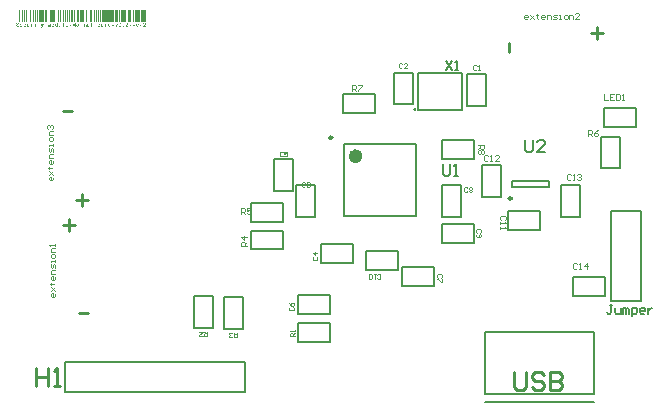
<source format=gto>
G04 Layer_Color=65535*
%FSAX44Y44*%
%MOMM*%
G71*
G01*
G75*
%ADD17C,0.2000*%
%ADD30C,0.2500*%
%ADD31C,0.6000*%
%ADD32C,0.2540*%
%ADD33C,0.1800*%
%ADD34C,0.1524*%
%ADD35C,0.1000*%
%ADD36C,0.1500*%
G36*
X00541945Y01074584D02*
X00541745D01*
Y01084584D01*
X00541945D01*
Y01074584D01*
D02*
G37*
G36*
X00542745D02*
X00542345D01*
Y01084584D01*
X00542745D01*
Y01074584D01*
D02*
G37*
G36*
X00541545D02*
X00540745D01*
Y01084584D01*
X00541545D01*
Y01074584D01*
D02*
G37*
G36*
X00539745D02*
X00539545D01*
Y01084584D01*
X00539745D01*
Y01074584D01*
D02*
G37*
G36*
X00540345D02*
X00540145D01*
Y01084584D01*
X00540345D01*
Y01074584D01*
D02*
G37*
G36*
X00543345D02*
X00542945D01*
Y01084584D01*
X00543345D01*
Y01074584D01*
D02*
G37*
G36*
X00546545D02*
X00545745D01*
Y01084584D01*
X00546545D01*
Y01074584D01*
D02*
G37*
G36*
X00547145D02*
X00546745D01*
Y01084584D01*
X00547145D01*
Y01074584D01*
D02*
G37*
G36*
X00545545D02*
X00545345D01*
Y01084584D01*
X00545545D01*
Y01074584D01*
D02*
G37*
G36*
X00544345D02*
X00543545D01*
Y01084584D01*
X00544345D01*
Y01074584D01*
D02*
G37*
G36*
X00545145D02*
X00544545D01*
Y01084584D01*
X00545145D01*
Y01074584D01*
D02*
G37*
G36*
X00539345D02*
X00538945D01*
Y01084584D01*
X00539345D01*
Y01074584D01*
D02*
G37*
G36*
X00533145D02*
X00532745D01*
Y01084584D01*
X00533145D01*
Y01074584D01*
D02*
G37*
G36*
X00533745D02*
X00533545D01*
Y01084584D01*
X00533745D01*
Y01074584D01*
D02*
G37*
G36*
X00532545D02*
X00532345D01*
Y01084584D01*
X00532545D01*
Y01074584D01*
D02*
G37*
G36*
X00530545D02*
X00530345D01*
Y01084584D01*
X00530545D01*
Y01074584D01*
D02*
G37*
G36*
X00531545D02*
X00531345D01*
Y01084584D01*
X00531545D01*
Y01074584D01*
D02*
G37*
G36*
X00534945D02*
X00534145D01*
Y01084584D01*
X00534945D01*
Y01074584D01*
D02*
G37*
G36*
X00537745D02*
X00536945D01*
Y01084584D01*
X00537745D01*
Y01074584D01*
D02*
G37*
G36*
X00538145D02*
X00537945D01*
Y01084584D01*
X00538145D01*
Y01074584D01*
D02*
G37*
G36*
X00536545D02*
X00536345D01*
Y01084584D01*
X00536545D01*
Y01074584D01*
D02*
G37*
G36*
X00535545D02*
X00535345D01*
Y01084584D01*
X00535545D01*
Y01074584D01*
D02*
G37*
G36*
X00535945D02*
X00535745D01*
Y01084584D01*
X00535945D01*
Y01074584D01*
D02*
G37*
G36*
X00559145D02*
X00558345D01*
Y01084584D01*
X00559145D01*
Y01074584D01*
D02*
G37*
G36*
X00559745D02*
X00559545D01*
Y01084584D01*
X00559745D01*
Y01074584D01*
D02*
G37*
G36*
X00557945D02*
X00557745D01*
Y01084584D01*
X00557945D01*
Y01074584D01*
D02*
G37*
G36*
X00556745D02*
X00556545D01*
Y01084584D01*
X00556745D01*
Y01074584D01*
D02*
G37*
G36*
X00557545D02*
X00557145D01*
Y01084584D01*
X00557545D01*
Y01074584D01*
D02*
G37*
G36*
X00560345D02*
X00559945D01*
Y01084584D01*
X00560345D01*
Y01074584D01*
D02*
G37*
G36*
X00562945D02*
X00562545D01*
Y01084584D01*
X00562945D01*
Y01074584D01*
D02*
G37*
G36*
X00563545D02*
X00563345D01*
Y01084584D01*
X00563545D01*
Y01074584D01*
D02*
G37*
G36*
X00562345D02*
X00562145D01*
Y01084584D01*
X00562345D01*
Y01074584D01*
D02*
G37*
G36*
X00560945D02*
X00560745D01*
Y01084584D01*
X00560945D01*
Y01074584D01*
D02*
G37*
G36*
X00561345D02*
X00561145D01*
Y01084584D01*
X00561345D01*
Y01074584D01*
D02*
G37*
G36*
X00555745D02*
X00555545D01*
Y01084584D01*
X00555745D01*
Y01074584D01*
D02*
G37*
G36*
X00549945D02*
X00549345D01*
Y01084584D01*
X00549945D01*
Y01074584D01*
D02*
G37*
G36*
X00550545D02*
X00550145D01*
Y01084584D01*
X00550545D01*
Y01074584D01*
D02*
G37*
G36*
X00549145D02*
X00548945D01*
Y01084584D01*
X00549145D01*
Y01074584D01*
D02*
G37*
G36*
X00547745D02*
X00547345D01*
Y01084584D01*
X00547745D01*
Y01074584D01*
D02*
G37*
G36*
X00548545D02*
X00548145D01*
Y01084584D01*
X00548545D01*
Y01074584D01*
D02*
G37*
G36*
X00551345D02*
X00551145D01*
Y01084584D01*
X00551345D01*
Y01074584D01*
D02*
G37*
G36*
X00554945D02*
X00554145D01*
Y01084584D01*
X00554945D01*
Y01074584D01*
D02*
G37*
G36*
X00555345D02*
X00555145D01*
Y01084584D01*
X00555345D01*
Y01074584D01*
D02*
G37*
G36*
X00553545D02*
X00553345D01*
Y01084584D01*
X00553545D01*
Y01074584D01*
D02*
G37*
G36*
X00552345D02*
X00551545D01*
Y01084584D01*
X00552345D01*
Y01074584D01*
D02*
G37*
G36*
X00553145D02*
X00552545D01*
Y01084584D01*
X00553145D01*
Y01074584D01*
D02*
G37*
G36*
X00529945D02*
X00529545D01*
Y01084584D01*
X00529945D01*
Y01074584D01*
D02*
G37*
G36*
X00631530Y01073599D02*
X00631568Y01073596D01*
X00631613Y01073589D01*
X00631665Y01073582D01*
X00631716Y01073572D01*
X00631775Y01073558D01*
X00631834Y01073541D01*
X00631896Y01073520D01*
X00631955Y01073496D01*
X00632017Y01073465D01*
X00632076Y01073430D01*
X00632131Y01073392D01*
X00632183Y01073347D01*
X00632186Y01073344D01*
X00632193Y01073337D01*
X00632207Y01073320D01*
X00632224Y01073302D01*
X00632245Y01073278D01*
X00632269Y01073247D01*
X00632293Y01073213D01*
X00632317Y01073171D01*
X00632342Y01073130D01*
X00632366Y01073081D01*
X00632390Y01073029D01*
X00632411Y01072974D01*
X00632428Y01072912D01*
X00632442Y01072850D01*
X00632449Y01072784D01*
X00632452Y01072715D01*
Y01072712D01*
Y01072708D01*
Y01072698D01*
Y01072684D01*
X00632449Y01072646D01*
X00632442Y01072598D01*
X00632431Y01072539D01*
X00632418Y01072477D01*
X00632400Y01072408D01*
X00632373Y01072339D01*
Y01072335D01*
X00632369Y01072332D01*
X00632366Y01072321D01*
X00632359Y01072308D01*
X00632338Y01072270D01*
X00632310Y01072221D01*
X00632272Y01072162D01*
X00632228Y01072097D01*
X00632176Y01072028D01*
X00632110Y01071952D01*
X00632107Y01071948D01*
X00632103Y01071941D01*
X00632089Y01071931D01*
X00632076Y01071914D01*
X00632055Y01071893D01*
X00632031Y01071869D01*
X00632003Y01071838D01*
X00631968Y01071807D01*
X00631927Y01071769D01*
X00631882Y01071727D01*
X00631834Y01071679D01*
X00631778Y01071630D01*
X00631720Y01071575D01*
X00631654Y01071520D01*
X00631582Y01071458D01*
X00631506Y01071392D01*
X00631502Y01071389D01*
X00631492Y01071378D01*
X00631471Y01071365D01*
X00631450Y01071344D01*
X00631419Y01071320D01*
X00631388Y01071292D01*
X00631316Y01071230D01*
X00631240Y01071164D01*
X00631167Y01071095D01*
X00631133Y01071064D01*
X00631101Y01071036D01*
X00631074Y01071009D01*
X00631053Y01070988D01*
X00631050Y01070984D01*
X00631036Y01070971D01*
X00631019Y01070950D01*
X00630994Y01070922D01*
X00630967Y01070891D01*
X00630939Y01070857D01*
X00630884Y01070781D01*
X00632456D01*
Y01070404D01*
X00630345D01*
Y01070411D01*
Y01070428D01*
Y01070456D01*
X00630348Y01070490D01*
X00630352Y01070532D01*
X00630362Y01070577D01*
X00630373Y01070625D01*
X00630390Y01070674D01*
Y01070677D01*
X00630393Y01070684D01*
X00630397Y01070694D01*
X00630404Y01070712D01*
X00630414Y01070729D01*
X00630424Y01070753D01*
X00630452Y01070808D01*
X00630487Y01070874D01*
X00630532Y01070947D01*
X00630583Y01071022D01*
X00630645Y01071098D01*
X00630649Y01071102D01*
X00630652Y01071109D01*
X00630663Y01071119D01*
X00630680Y01071136D01*
X00630697Y01071154D01*
X00630722Y01071178D01*
X00630746Y01071206D01*
X00630777Y01071237D01*
X00630811Y01071271D01*
X00630849Y01071306D01*
X00630891Y01071347D01*
X00630939Y01071389D01*
X00630988Y01071434D01*
X00631043Y01071479D01*
X00631098Y01071527D01*
X00631160Y01071579D01*
X00631167Y01071582D01*
X00631184Y01071599D01*
X00631209Y01071620D01*
X00631243Y01071651D01*
X00631285Y01071686D01*
X00631333Y01071727D01*
X00631388Y01071772D01*
X00631443Y01071824D01*
X00631561Y01071931D01*
X00631675Y01072045D01*
X00631730Y01072100D01*
X00631782Y01072156D01*
X00631827Y01072207D01*
X00631865Y01072256D01*
X00631868Y01072259D01*
X00631872Y01072266D01*
X00631882Y01072280D01*
X00631893Y01072297D01*
X00631910Y01072321D01*
X00631924Y01072346D01*
X00631958Y01072408D01*
X00631993Y01072480D01*
X00632024Y01072560D01*
X00632044Y01072643D01*
X00632048Y01072684D01*
X00632051Y01072726D01*
Y01072729D01*
Y01072736D01*
Y01072750D01*
X00632048Y01072764D01*
Y01072784D01*
X00632041Y01072808D01*
X00632031Y01072860D01*
X00632010Y01072922D01*
X00631979Y01072988D01*
X00631962Y01073023D01*
X00631937Y01073054D01*
X00631913Y01073085D01*
X00631882Y01073116D01*
X00631879Y01073119D01*
X00631875Y01073123D01*
X00631865Y01073130D01*
X00631851Y01073140D01*
X00631834Y01073154D01*
X00631813Y01073168D01*
X00631765Y01073199D01*
X00631699Y01073226D01*
X00631627Y01073254D01*
X00631540Y01073271D01*
X00631492Y01073278D01*
X00631416D01*
X00631395Y01073275D01*
X00631371D01*
X00631343Y01073268D01*
X00631281Y01073258D01*
X00631209Y01073237D01*
X00631133Y01073206D01*
X00631095Y01073185D01*
X00631057Y01073164D01*
X00631022Y01073137D01*
X00630988Y01073105D01*
X00630984Y01073102D01*
X00630981Y01073099D01*
X00630974Y01073088D01*
X00630960Y01073074D01*
X00630950Y01073057D01*
X00630936Y01073036D01*
X00630918Y01073012D01*
X00630905Y01072985D01*
X00630887Y01072953D01*
X00630873Y01072919D01*
X00630846Y01072836D01*
X00630825Y01072746D01*
X00630822Y01072694D01*
X00630818Y01072639D01*
X00630418Y01072681D01*
Y01072688D01*
X00630421Y01072701D01*
X00630424Y01072722D01*
X00630428Y01072753D01*
X00630435Y01072791D01*
X00630445Y01072836D01*
X00630456Y01072884D01*
X00630473Y01072936D01*
X00630490Y01072988D01*
X00630511Y01073047D01*
X00630538Y01073102D01*
X00630566Y01073157D01*
X00630601Y01073216D01*
X00630639Y01073268D01*
X00630680Y01073320D01*
X00630728Y01073365D01*
X00630732Y01073368D01*
X00630742Y01073375D01*
X00630756Y01073385D01*
X00630777Y01073403D01*
X00630804Y01073420D01*
X00630839Y01073441D01*
X00630877Y01073461D01*
X00630922Y01073485D01*
X00630970Y01073506D01*
X00631026Y01073527D01*
X00631084Y01073548D01*
X00631150Y01073565D01*
X00631219Y01073582D01*
X00631292Y01073593D01*
X00631371Y01073599D01*
X00631454Y01073603D01*
X00631499D01*
X00631530Y01073599D01*
D02*
G37*
G36*
X00533905Y01070404D02*
X00533556D01*
Y01070743D01*
X00533553Y01070739D01*
X00533542Y01070725D01*
X00533529Y01070708D01*
X00533508Y01070680D01*
X00533480Y01070653D01*
X00533446Y01070618D01*
X00533408Y01070584D01*
X00533363Y01070549D01*
X00533311Y01070511D01*
X00533256Y01070477D01*
X00533197Y01070442D01*
X00533131Y01070415D01*
X00533059Y01070387D01*
X00532986Y01070370D01*
X00532907Y01070356D01*
X00532820Y01070352D01*
X00532786D01*
X00532748Y01070356D01*
X00532696Y01070363D01*
X00532637Y01070370D01*
X00532572Y01070384D01*
X00532506Y01070404D01*
X00532437Y01070428D01*
X00532434D01*
X00532430Y01070432D01*
X00532409Y01070442D01*
X00532378Y01070460D01*
X00532337Y01070484D01*
X00532295Y01070511D01*
X00532250Y01070546D01*
X00532209Y01070584D01*
X00532174Y01070625D01*
X00532171Y01070632D01*
X00532161Y01070646D01*
X00532147Y01070674D01*
X00532130Y01070708D01*
X00532109Y01070750D01*
X00532088Y01070798D01*
X00532071Y01070853D01*
X00532053Y01070915D01*
Y01070922D01*
X00532050Y01070936D01*
X00532047Y01070967D01*
X00532043Y01071005D01*
X00532040Y01071057D01*
X00532036Y01071119D01*
X00532033Y01071195D01*
Y01071282D01*
Y01072715D01*
X00532423D01*
Y01071434D01*
Y01071430D01*
Y01071420D01*
Y01071406D01*
Y01071385D01*
Y01071358D01*
Y01071330D01*
X00532427Y01071268D01*
Y01071199D01*
X00532434Y01071130D01*
X00532437Y01071067D01*
X00532440Y01071040D01*
X00532444Y01071019D01*
X00532447Y01071012D01*
X00532451Y01070995D01*
X00532461Y01070964D01*
X00532478Y01070929D01*
X00532499Y01070891D01*
X00532527Y01070853D01*
X00532561Y01070812D01*
X00532603Y01070777D01*
X00532610Y01070774D01*
X00532623Y01070763D01*
X00532651Y01070750D01*
X00532686Y01070736D01*
X00532727Y01070719D01*
X00532779Y01070705D01*
X00532838Y01070694D01*
X00532900Y01070691D01*
X00532931D01*
X00532962Y01070694D01*
X00533007Y01070701D01*
X00533059Y01070712D01*
X00533114Y01070729D01*
X00533169Y01070750D01*
X00533228Y01070781D01*
X00533231D01*
X00533235Y01070784D01*
X00533252Y01070798D01*
X00533280Y01070819D01*
X00533314Y01070846D01*
X00533349Y01070881D01*
X00533387Y01070922D01*
X00533421Y01070971D01*
X00533449Y01071026D01*
Y01071029D01*
X00533452Y01071033D01*
X00533456Y01071043D01*
X00533459Y01071054D01*
X00533463Y01071071D01*
X00533470Y01071092D01*
X00533477Y01071112D01*
X00533484Y01071140D01*
X00533494Y01071206D01*
X00533504Y01071282D01*
X00533511Y01071371D01*
X00533515Y01071475D01*
Y01072715D01*
X00533905D01*
Y01070404D01*
D02*
G37*
G36*
X00622762Y01073589D02*
X00622800D01*
X00622845Y01073586D01*
X00622896Y01073582D01*
X00623000Y01073572D01*
X00623107Y01073555D01*
X00623211Y01073534D01*
X00623256Y01073520D01*
X00623301Y01073506D01*
X00623304D01*
X00623311Y01073503D01*
X00623321Y01073496D01*
X00623339Y01073489D01*
X00623380Y01073468D01*
X00623428Y01073437D01*
X00623487Y01073396D01*
X00623546Y01073340D01*
X00623605Y01073278D01*
X00623656Y01073202D01*
Y01073199D01*
X00623663Y01073192D01*
X00623670Y01073182D01*
X00623677Y01073164D01*
X00623687Y01073143D01*
X00623698Y01073119D01*
X00623712Y01073092D01*
X00623725Y01073061D01*
X00623750Y01072988D01*
X00623770Y01072909D01*
X00623784Y01072819D01*
X00623791Y01072722D01*
Y01072719D01*
Y01072708D01*
Y01072688D01*
X00623788Y01072667D01*
X00623784Y01072636D01*
X00623781Y01072601D01*
X00623774Y01072563D01*
X00623763Y01072522D01*
X00623736Y01072432D01*
X00623718Y01072384D01*
X00623698Y01072335D01*
X00623674Y01072287D01*
X00623643Y01072238D01*
X00623608Y01072194D01*
X00623570Y01072149D01*
X00623567Y01072145D01*
X00623560Y01072138D01*
X00623546Y01072128D01*
X00623529Y01072111D01*
X00623504Y01072093D01*
X00623477Y01072073D01*
X00623442Y01072048D01*
X00623401Y01072024D01*
X00623356Y01072000D01*
X00623307Y01071976D01*
X00623252Y01071952D01*
X00623190Y01071928D01*
X00623124Y01071907D01*
X00623052Y01071886D01*
X00622972Y01071869D01*
X00622889Y01071855D01*
X00622893D01*
X00622896Y01071852D01*
X00622917Y01071841D01*
X00622948Y01071824D01*
X00622986Y01071803D01*
X00623028Y01071779D01*
X00623069Y01071755D01*
X00623111Y01071724D01*
X00623145Y01071696D01*
X00623148Y01071693D01*
X00623152Y01071689D01*
X00623162Y01071679D01*
X00623176Y01071665D01*
X00623193Y01071648D01*
X00623214Y01071627D01*
X00623259Y01071579D01*
X00623311Y01071516D01*
X00623370Y01071444D01*
X00623432Y01071361D01*
X00623494Y01071271D01*
X00624047Y01070404D01*
X00623518D01*
X00623097Y01071067D01*
X00623093Y01071071D01*
X00623090Y01071081D01*
X00623079Y01071095D01*
X00623066Y01071116D01*
X00623052Y01071140D01*
X00623031Y01071168D01*
X00622990Y01071230D01*
X00622941Y01071302D01*
X00622893Y01071375D01*
X00622841Y01071444D01*
X00622793Y01071506D01*
Y01071510D01*
X00622786Y01071513D01*
X00622772Y01071530D01*
X00622751Y01071558D01*
X00622720Y01071589D01*
X00622689Y01071624D01*
X00622651Y01071658D01*
X00622613Y01071693D01*
X00622579Y01071717D01*
X00622575Y01071720D01*
X00622561Y01071727D01*
X00622544Y01071738D01*
X00622520Y01071751D01*
X00622489Y01071765D01*
X00622458Y01071779D01*
X00622423Y01071793D01*
X00622385Y01071803D01*
X00622382D01*
X00622371Y01071807D01*
X00622354Y01071810D01*
X00622330Y01071814D01*
X00622295D01*
X00622254Y01071817D01*
X00622206Y01071821D01*
X00621663D01*
Y01070404D01*
X00621242D01*
Y01073593D01*
X00622724D01*
X00622762Y01073589D01*
D02*
G37*
G36*
X00613781Y01070404D02*
X00613335D01*
Y01070850D01*
X00613781D01*
Y01070404D01*
D02*
G37*
G36*
X00616611Y01073599D02*
X00616649Y01073596D01*
X00616694Y01073589D01*
X00616746Y01073582D01*
X00616797Y01073572D01*
X00616856Y01073558D01*
X00616915Y01073541D01*
X00616977Y01073520D01*
X00617036Y01073496D01*
X00617098Y01073465D01*
X00617157Y01073430D01*
X00617212Y01073392D01*
X00617264Y01073347D01*
X00617267Y01073344D01*
X00617274Y01073337D01*
X00617288Y01073320D01*
X00617305Y01073302D01*
X00617326Y01073278D01*
X00617350Y01073247D01*
X00617374Y01073213D01*
X00617399Y01073171D01*
X00617423Y01073130D01*
X00617447Y01073081D01*
X00617471Y01073029D01*
X00617492Y01072974D01*
X00617509Y01072912D01*
X00617523Y01072850D01*
X00617530Y01072784D01*
X00617533Y01072715D01*
Y01072712D01*
Y01072708D01*
Y01072698D01*
Y01072684D01*
X00617530Y01072646D01*
X00617523Y01072598D01*
X00617513Y01072539D01*
X00617499Y01072477D01*
X00617481Y01072408D01*
X00617454Y01072339D01*
Y01072335D01*
X00617450Y01072332D01*
X00617447Y01072321D01*
X00617440Y01072308D01*
X00617419Y01072270D01*
X00617392Y01072221D01*
X00617354Y01072162D01*
X00617309Y01072097D01*
X00617257Y01072028D01*
X00617191Y01071952D01*
X00617188Y01071948D01*
X00617184Y01071941D01*
X00617171Y01071931D01*
X00617157Y01071914D01*
X00617136Y01071893D01*
X00617112Y01071869D01*
X00617084Y01071838D01*
X00617050Y01071807D01*
X00617008Y01071769D01*
X00616963Y01071727D01*
X00616915Y01071679D01*
X00616860Y01071630D01*
X00616801Y01071575D01*
X00616735Y01071520D01*
X00616663Y01071458D01*
X00616587Y01071392D01*
X00616583Y01071389D01*
X00616573Y01071378D01*
X00616552Y01071365D01*
X00616532Y01071344D01*
X00616501Y01071320D01*
X00616469Y01071292D01*
X00616397Y01071230D01*
X00616321Y01071164D01*
X00616248Y01071095D01*
X00616214Y01071064D01*
X00616183Y01071036D01*
X00616155Y01071009D01*
X00616134Y01070988D01*
X00616131Y01070984D01*
X00616117Y01070971D01*
X00616100Y01070950D01*
X00616076Y01070922D01*
X00616048Y01070891D01*
X00616020Y01070857D01*
X00615965Y01070781D01*
X00617537D01*
Y01070404D01*
X00615426D01*
Y01070411D01*
Y01070428D01*
Y01070456D01*
X00615430Y01070490D01*
X00615433Y01070532D01*
X00615443Y01070577D01*
X00615454Y01070625D01*
X00615471Y01070674D01*
Y01070677D01*
X00615475Y01070684D01*
X00615478Y01070694D01*
X00615485Y01070712D01*
X00615495Y01070729D01*
X00615506Y01070753D01*
X00615533Y01070808D01*
X00615568Y01070874D01*
X00615613Y01070947D01*
X00615664Y01071022D01*
X00615727Y01071098D01*
X00615730Y01071102D01*
X00615734Y01071109D01*
X00615744Y01071119D01*
X00615761Y01071136D01*
X00615779Y01071154D01*
X00615803Y01071178D01*
X00615827Y01071206D01*
X00615858Y01071237D01*
X00615892Y01071271D01*
X00615930Y01071306D01*
X00615972Y01071347D01*
X00616020Y01071389D01*
X00616069Y01071434D01*
X00616124Y01071479D01*
X00616179Y01071527D01*
X00616241Y01071579D01*
X00616248Y01071582D01*
X00616266Y01071599D01*
X00616290Y01071620D01*
X00616324Y01071651D01*
X00616366Y01071686D01*
X00616414Y01071727D01*
X00616469Y01071772D01*
X00616525Y01071824D01*
X00616642Y01071931D01*
X00616756Y01072045D01*
X00616811Y01072100D01*
X00616863Y01072156D01*
X00616908Y01072207D01*
X00616946Y01072256D01*
X00616950Y01072259D01*
X00616953Y01072266D01*
X00616963Y01072280D01*
X00616974Y01072297D01*
X00616991Y01072321D01*
X00617005Y01072346D01*
X00617039Y01072408D01*
X00617074Y01072480D01*
X00617105Y01072560D01*
X00617126Y01072643D01*
X00617129Y01072684D01*
X00617133Y01072726D01*
Y01072729D01*
Y01072736D01*
Y01072750D01*
X00617129Y01072764D01*
Y01072784D01*
X00617122Y01072808D01*
X00617112Y01072860D01*
X00617091Y01072922D01*
X00617060Y01072988D01*
X00617043Y01073023D01*
X00617019Y01073054D01*
X00616994Y01073085D01*
X00616963Y01073116D01*
X00616960Y01073119D01*
X00616956Y01073123D01*
X00616946Y01073130D01*
X00616932Y01073140D01*
X00616915Y01073154D01*
X00616894Y01073168D01*
X00616846Y01073199D01*
X00616780Y01073226D01*
X00616708Y01073254D01*
X00616621Y01073271D01*
X00616573Y01073278D01*
X00616497D01*
X00616476Y01073275D01*
X00616452D01*
X00616424Y01073268D01*
X00616362Y01073258D01*
X00616290Y01073237D01*
X00616214Y01073206D01*
X00616176Y01073185D01*
X00616138Y01073164D01*
X00616103Y01073137D01*
X00616069Y01073105D01*
X00616065Y01073102D01*
X00616062Y01073099D01*
X00616055Y01073088D01*
X00616041Y01073074D01*
X00616031Y01073057D01*
X00616017Y01073036D01*
X00616000Y01073012D01*
X00615986Y01072985D01*
X00615969Y01072953D01*
X00615955Y01072919D01*
X00615927Y01072836D01*
X00615906Y01072746D01*
X00615903Y01072694D01*
X00615899Y01072639D01*
X00615499Y01072681D01*
Y01072688D01*
X00615502Y01072701D01*
X00615506Y01072722D01*
X00615509Y01072753D01*
X00615516Y01072791D01*
X00615526Y01072836D01*
X00615537Y01072884D01*
X00615554Y01072936D01*
X00615571Y01072988D01*
X00615592Y01073047D01*
X00615620Y01073102D01*
X00615647Y01073157D01*
X00615682Y01073216D01*
X00615720Y01073268D01*
X00615761Y01073320D01*
X00615810Y01073365D01*
X00615813Y01073368D01*
X00615823Y01073375D01*
X00615837Y01073385D01*
X00615858Y01073403D01*
X00615886Y01073420D01*
X00615920Y01073441D01*
X00615958Y01073461D01*
X00616003Y01073485D01*
X00616051Y01073506D01*
X00616107Y01073527D01*
X00616165Y01073548D01*
X00616231Y01073565D01*
X00616300Y01073582D01*
X00616373Y01073593D01*
X00616452Y01073599D01*
X00616535Y01073603D01*
X00616580D01*
X00616611Y01073599D01*
D02*
G37*
G36*
X00560759Y01070404D02*
X00560410D01*
Y01070743D01*
X00560407Y01070739D01*
X00560396Y01070725D01*
X00560382Y01070708D01*
X00560362Y01070680D01*
X00560334Y01070653D01*
X00560299Y01070618D01*
X00560261Y01070584D01*
X00560217Y01070549D01*
X00560165Y01070511D01*
X00560109Y01070477D01*
X00560051Y01070442D01*
X00559985Y01070415D01*
X00559913Y01070387D01*
X00559840Y01070370D01*
X00559761Y01070356D01*
X00559674Y01070352D01*
X00559640D01*
X00559602Y01070356D01*
X00559550Y01070363D01*
X00559491Y01070370D01*
X00559426Y01070384D01*
X00559360Y01070404D01*
X00559291Y01070428D01*
X00559287D01*
X00559284Y01070432D01*
X00559263Y01070442D01*
X00559232Y01070460D01*
X00559191Y01070484D01*
X00559149Y01070511D01*
X00559104Y01070546D01*
X00559063Y01070584D01*
X00559028Y01070625D01*
X00559025Y01070632D01*
X00559015Y01070646D01*
X00559001Y01070674D01*
X00558983Y01070708D01*
X00558963Y01070750D01*
X00558942Y01070798D01*
X00558925Y01070853D01*
X00558907Y01070915D01*
Y01070922D01*
X00558904Y01070936D01*
X00558900Y01070967D01*
X00558897Y01071005D01*
X00558894Y01071057D01*
X00558890Y01071119D01*
X00558887Y01071195D01*
Y01071282D01*
Y01072715D01*
X00559277D01*
Y01071434D01*
Y01071430D01*
Y01071420D01*
Y01071406D01*
Y01071385D01*
Y01071358D01*
Y01071330D01*
X00559280Y01071268D01*
Y01071199D01*
X00559287Y01071130D01*
X00559291Y01071067D01*
X00559294Y01071040D01*
X00559298Y01071019D01*
X00559301Y01071012D01*
X00559305Y01070995D01*
X00559315Y01070964D01*
X00559332Y01070929D01*
X00559353Y01070891D01*
X00559381Y01070853D01*
X00559415Y01070812D01*
X00559457Y01070777D01*
X00559464Y01070774D01*
X00559477Y01070763D01*
X00559505Y01070750D01*
X00559539Y01070736D01*
X00559581Y01070719D01*
X00559633Y01070705D01*
X00559692Y01070694D01*
X00559754Y01070691D01*
X00559785D01*
X00559816Y01070694D01*
X00559861Y01070701D01*
X00559913Y01070712D01*
X00559968Y01070729D01*
X00560023Y01070750D01*
X00560082Y01070781D01*
X00560085D01*
X00560089Y01070784D01*
X00560106Y01070798D01*
X00560134Y01070819D01*
X00560168Y01070846D01*
X00560203Y01070881D01*
X00560241Y01070922D01*
X00560275Y01070971D01*
X00560303Y01071026D01*
Y01071029D01*
X00560306Y01071033D01*
X00560310Y01071043D01*
X00560313Y01071054D01*
X00560317Y01071071D01*
X00560324Y01071092D01*
X00560331Y01071112D01*
X00560337Y01071140D01*
X00560348Y01071206D01*
X00560358Y01071282D01*
X00560365Y01071371D01*
X00560369Y01071475D01*
Y01072715D01*
X00560759D01*
Y01070404D01*
D02*
G37*
G36*
X00628653D02*
X00628280D01*
X00627406Y01072715D01*
X00627821D01*
X00628318Y01071330D01*
Y01071327D01*
X00628321Y01071320D01*
X00628325Y01071309D01*
X00628332Y01071292D01*
X00628339Y01071271D01*
X00628346Y01071247D01*
X00628366Y01071188D01*
X00628391Y01071119D01*
X00628415Y01071040D01*
X00628439Y01070953D01*
X00628467Y01070864D01*
Y01070867D01*
X00628470Y01070871D01*
X00628474Y01070881D01*
X00628477Y01070895D01*
X00628480Y01070915D01*
X00628487Y01070936D01*
X00628505Y01070988D01*
X00628525Y01071050D01*
X00628549Y01071126D01*
X00628577Y01071209D01*
X00628612Y01071302D01*
X00629126Y01072715D01*
X00629531D01*
X00628653Y01070404D01*
D02*
G37*
G36*
X00573019D02*
X00572583D01*
X00570911Y01072905D01*
Y01070404D01*
X00570507D01*
Y01073593D01*
X00570939D01*
X00572615Y01071088D01*
Y01073593D01*
X00573019D01*
Y01070404D01*
D02*
G37*
G36*
X00552410D02*
X00552003D01*
Y01073074D01*
X00551070Y01070404D01*
X00550690D01*
X00549771Y01073119D01*
Y01070404D01*
X00549364D01*
Y01073593D01*
X00549996D01*
X00550752Y01071333D01*
Y01071330D01*
X00550756Y01071320D01*
X00550763Y01071302D01*
X00550770Y01071282D01*
X00550776Y01071257D01*
X00550787Y01071226D01*
X00550811Y01071157D01*
X00550835Y01071081D01*
X00550859Y01071002D01*
X00550884Y01070929D01*
X00550894Y01070895D01*
X00550904Y01070864D01*
Y01070867D01*
X00550908Y01070871D01*
X00550911Y01070881D01*
X00550915Y01070895D01*
X00550922Y01070915D01*
X00550928Y01070936D01*
X00550935Y01070964D01*
X00550946Y01070991D01*
X00550956Y01071026D01*
X00550970Y01071064D01*
X00550984Y01071105D01*
X00550998Y01071154D01*
X00551015Y01071202D01*
X00551032Y01071257D01*
X00551053Y01071313D01*
X00551074Y01071375D01*
X00551841Y01073593D01*
X00552410D01*
Y01070404D01*
D02*
G37*
G36*
X00607786D02*
X00607351D01*
X00606114Y01073593D01*
X00606573D01*
X00607402Y01071275D01*
Y01071271D01*
X00607406Y01071261D01*
X00607413Y01071247D01*
X00607420Y01071226D01*
X00607426Y01071202D01*
X00607437Y01071174D01*
X00607447Y01071143D01*
X00607461Y01071105D01*
X00607485Y01071026D01*
X00607513Y01070940D01*
X00607541Y01070846D01*
X00607568Y01070753D01*
Y01070757D01*
X00607572Y01070763D01*
X00607575Y01070781D01*
X00607582Y01070798D01*
X00607589Y01070822D01*
X00607596Y01070850D01*
X00607606Y01070881D01*
X00607617Y01070915D01*
X00607641Y01070995D01*
X00607672Y01071085D01*
X00607706Y01071178D01*
X00607741Y01071275D01*
X00608601Y01073593D01*
X00609029D01*
X00607786Y01070404D01*
D02*
G37*
G36*
X00545118Y01070366D02*
Y01070363D01*
X00545111Y01070349D01*
X00545104Y01070332D01*
X00545094Y01070304D01*
X00545084Y01070273D01*
X00545070Y01070238D01*
X00545052Y01070200D01*
X00545039Y01070159D01*
X00545001Y01070073D01*
X00544966Y01069986D01*
X00544945Y01069945D01*
X00544928Y01069907D01*
X00544914Y01069872D01*
X00544897Y01069845D01*
Y01069841D01*
X00544894Y01069838D01*
X00544887Y01069827D01*
X00544880Y01069814D01*
X00544856Y01069779D01*
X00544828Y01069737D01*
X00544793Y01069689D01*
X00544752Y01069644D01*
X00544707Y01069599D01*
X00544659Y01069561D01*
X00544652Y01069558D01*
X00544635Y01069548D01*
X00544607Y01069530D01*
X00544569Y01069516D01*
X00544520Y01069499D01*
X00544465Y01069482D01*
X00544407Y01069472D01*
X00544337Y01069468D01*
X00544317D01*
X00544292Y01069472D01*
X00544265Y01069475D01*
X00544227Y01069478D01*
X00544182Y01069489D01*
X00544137Y01069499D01*
X00544085Y01069516D01*
X00544040Y01069883D01*
X00544047D01*
X00544061Y01069876D01*
X00544085Y01069872D01*
X00544116Y01069865D01*
X00544151Y01069858D01*
X00544189Y01069852D01*
X00544227Y01069848D01*
X00544261Y01069845D01*
X00544282D01*
X00544306Y01069848D01*
X00544337Y01069852D01*
X00544369Y01069855D01*
X00544403Y01069865D01*
X00544438Y01069876D01*
X00544469Y01069890D01*
X00544472Y01069893D01*
X00544482Y01069896D01*
X00544496Y01069907D01*
X00544514Y01069921D01*
X00544534Y01069938D01*
X00544558Y01069959D01*
X00544600Y01070010D01*
X00544603Y01070014D01*
X00544607Y01070024D01*
X00544617Y01070042D01*
X00544628Y01070069D01*
X00544645Y01070107D01*
X00544666Y01070159D01*
X00544676Y01070190D01*
X00544690Y01070225D01*
X00544704Y01070263D01*
X00544717Y01070304D01*
X00544721Y01070311D01*
X00544728Y01070328D01*
X00544738Y01070359D01*
X00544755Y01070401D01*
X00543881Y01072715D01*
X00544296D01*
X00544776Y01071375D01*
Y01071371D01*
X00544780Y01071365D01*
X00544786Y01071351D01*
X00544793Y01071330D01*
X00544800Y01071306D01*
X00544811Y01071278D01*
X00544821Y01071247D01*
X00544835Y01071212D01*
X00544859Y01071133D01*
X00544890Y01071040D01*
X00544918Y01070943D01*
X00544945Y01070839D01*
Y01070843D01*
X00544949Y01070853D01*
X00544952Y01070867D01*
X00544959Y01070884D01*
X00544963Y01070909D01*
X00544973Y01070940D01*
X00544980Y01070971D01*
X00544990Y01071005D01*
X00545014Y01071085D01*
X00545042Y01071174D01*
X00545073Y01071268D01*
X00545108Y01071365D01*
X00545605Y01072715D01*
X00545996D01*
X00545118Y01070366D01*
D02*
G37*
G36*
X00595752Y01072764D02*
X00595783D01*
X00595849Y01072757D01*
X00595925Y01072750D01*
X00596004Y01072736D01*
X00596084Y01072719D01*
X00596157Y01072694D01*
X00596160D01*
X00596163Y01072691D01*
X00596174Y01072688D01*
X00596188Y01072681D01*
X00596219Y01072667D01*
X00596260Y01072646D01*
X00596305Y01072622D01*
X00596350Y01072591D01*
X00596391Y01072556D01*
X00596429Y01072518D01*
X00596433Y01072515D01*
X00596443Y01072501D01*
X00596460Y01072477D01*
X00596478Y01072446D01*
X00596498Y01072408D01*
X00596519Y01072363D01*
X00596540Y01072311D01*
X00596554Y01072252D01*
Y01072249D01*
X00596557Y01072232D01*
X00596561Y01072207D01*
X00596564Y01072169D01*
X00596567Y01072121D01*
X00596571Y01072059D01*
Y01072021D01*
X00596574Y01071983D01*
Y01071941D01*
Y01071893D01*
Y01071371D01*
Y01071365D01*
Y01071347D01*
Y01071320D01*
Y01071285D01*
Y01071240D01*
Y01071192D01*
X00596578Y01071136D01*
Y01071081D01*
X00596581Y01070964D01*
Y01070905D01*
X00596585Y01070850D01*
X00596588Y01070798D01*
X00596592Y01070753D01*
X00596595Y01070712D01*
X00596599Y01070680D01*
Y01070674D01*
X00596602Y01070656D01*
X00596609Y01070629D01*
X00596619Y01070591D01*
X00596633Y01070549D01*
X00596650Y01070504D01*
X00596671Y01070452D01*
X00596695Y01070404D01*
X00596288D01*
X00596284Y01070411D01*
X00596277Y01070425D01*
X00596267Y01070452D01*
X00596257Y01070487D01*
X00596243Y01070528D01*
X00596229Y01070577D01*
X00596219Y01070632D01*
X00596212Y01070694D01*
X00596208Y01070691D01*
X00596201Y01070687D01*
X00596191Y01070677D01*
X00596174Y01070663D01*
X00596153Y01070649D01*
X00596132Y01070629D01*
X00596077Y01070591D01*
X00596011Y01070546D01*
X00595942Y01070501D01*
X00595866Y01070463D01*
X00595790Y01070428D01*
X00595787D01*
X00595780Y01070425D01*
X00595770Y01070422D01*
X00595756Y01070418D01*
X00595738Y01070411D01*
X00595714Y01070404D01*
X00595662Y01070390D01*
X00595597Y01070377D01*
X00595524Y01070363D01*
X00595445Y01070356D01*
X00595359Y01070352D01*
X00595321D01*
X00595296Y01070356D01*
X00595265Y01070359D01*
X00595227Y01070363D01*
X00595186Y01070366D01*
X00595144Y01070377D01*
X00595048Y01070397D01*
X00594951Y01070428D01*
X00594906Y01070449D01*
X00594858Y01070477D01*
X00594816Y01070504D01*
X00594775Y01070536D01*
X00594771Y01070539D01*
X00594764Y01070546D01*
X00594757Y01070556D01*
X00594744Y01070570D01*
X00594726Y01070587D01*
X00594709Y01070611D01*
X00594692Y01070636D01*
X00594674Y01070667D01*
X00594636Y01070732D01*
X00594602Y01070815D01*
X00594588Y01070860D01*
X00594581Y01070909D01*
X00594574Y01070960D01*
X00594571Y01071012D01*
Y01071016D01*
Y01071019D01*
Y01071040D01*
X00594574Y01071074D01*
X00594581Y01071116D01*
X00594588Y01071164D01*
X00594602Y01071216D01*
X00594623Y01071268D01*
X00594647Y01071323D01*
X00594650Y01071330D01*
X00594661Y01071347D01*
X00594678Y01071371D01*
X00594702Y01071406D01*
X00594730Y01071441D01*
X00594764Y01071479D01*
X00594802Y01071513D01*
X00594847Y01071548D01*
X00594854Y01071551D01*
X00594871Y01071561D01*
X00594896Y01071579D01*
X00594930Y01071596D01*
X00594972Y01071617D01*
X00595020Y01071637D01*
X00595075Y01071658D01*
X00595131Y01071675D01*
X00595137D01*
X00595151Y01071682D01*
X00595179Y01071686D01*
X00595217Y01071696D01*
X00595265Y01071703D01*
X00595327Y01071713D01*
X00595396Y01071724D01*
X00595479Y01071734D01*
X00595486D01*
X00595500Y01071738D01*
X00595524Y01071741D01*
X00595555Y01071745D01*
X00595597Y01071751D01*
X00595642Y01071758D01*
X00595690Y01071765D01*
X00595745Y01071772D01*
X00595859Y01071793D01*
X00595973Y01071817D01*
X00596029Y01071831D01*
X00596084Y01071845D01*
X00596132Y01071859D01*
X00596177Y01071872D01*
Y01071876D01*
Y01071886D01*
Y01071900D01*
X00596181Y01071914D01*
Y01071948D01*
Y01071962D01*
Y01071973D01*
Y01071976D01*
Y01071983D01*
Y01071997D01*
Y01072010D01*
X00596174Y01072052D01*
X00596167Y01072104D01*
X00596153Y01072159D01*
X00596132Y01072214D01*
X00596105Y01072266D01*
X00596067Y01072308D01*
X00596060Y01072315D01*
X00596053Y01072321D01*
X00596039Y01072328D01*
X00596022Y01072339D01*
X00596004Y01072349D01*
X00595956Y01072377D01*
X00595894Y01072401D01*
X00595818Y01072422D01*
X00595728Y01072435D01*
X00595625Y01072442D01*
X00595580D01*
X00595555Y01072439D01*
X00595531D01*
X00595469Y01072432D01*
X00595403Y01072418D01*
X00595338Y01072401D01*
X00595272Y01072377D01*
X00595217Y01072346D01*
X00595210Y01072342D01*
X00595196Y01072328D01*
X00595172Y01072301D01*
X00595144Y01072266D01*
X00595113Y01072221D01*
X00595079Y01072159D01*
X00595051Y01072090D01*
X00595037Y01072048D01*
X00595023Y01072004D01*
X00594640Y01072055D01*
Y01072059D01*
X00594643Y01072066D01*
X00594647Y01072080D01*
X00594650Y01072097D01*
X00594657Y01072118D01*
X00594664Y01072142D01*
X00594681Y01072197D01*
X00594706Y01072259D01*
X00594733Y01072325D01*
X00594768Y01072391D01*
X00594809Y01072449D01*
Y01072453D01*
X00594816Y01072456D01*
X00594833Y01072473D01*
X00594861Y01072501D01*
X00594899Y01072535D01*
X00594947Y01072573D01*
X00595006Y01072611D01*
X00595075Y01072650D01*
X00595155Y01072684D01*
X00595158D01*
X00595165Y01072688D01*
X00595179Y01072691D01*
X00595196Y01072698D01*
X00595217Y01072705D01*
X00595241Y01072712D01*
X00595272Y01072719D01*
X00595307Y01072726D01*
X00595341Y01072732D01*
X00595383Y01072739D01*
X00595472Y01072753D01*
X00595573Y01072764D01*
X00595680Y01072767D01*
X00595728D01*
X00595752Y01072764D01*
D02*
G37*
G36*
X00574797D02*
X00574831D01*
X00574873Y01072757D01*
X00574918Y01072750D01*
X00574970Y01072739D01*
X00575028Y01072729D01*
X00575087Y01072712D01*
X00575153Y01072691D01*
X00575215Y01072663D01*
X00575280Y01072636D01*
X00575346Y01072598D01*
X00575408Y01072556D01*
X00575471Y01072508D01*
X00575529Y01072453D01*
X00575533Y01072449D01*
X00575543Y01072439D01*
X00575557Y01072422D01*
X00575578Y01072394D01*
X00575598Y01072363D01*
X00575626Y01072325D01*
X00575654Y01072280D01*
X00575681Y01072228D01*
X00575709Y01072169D01*
X00575737Y01072104D01*
X00575764Y01072035D01*
X00575785Y01071959D01*
X00575806Y01071876D01*
X00575819Y01071786D01*
X00575830Y01071689D01*
X00575833Y01071589D01*
Y01071586D01*
Y01071568D01*
Y01071548D01*
X00575830Y01071516D01*
Y01071479D01*
X00575826Y01071434D01*
X00575823Y01071385D01*
X00575816Y01071333D01*
X00575802Y01071223D01*
X00575778Y01071105D01*
X00575743Y01070991D01*
X00575723Y01070940D01*
X00575699Y01070888D01*
Y01070884D01*
X00575692Y01070877D01*
X00575685Y01070864D01*
X00575674Y01070846D01*
X00575661Y01070826D01*
X00575643Y01070798D01*
X00575598Y01070743D01*
X00575543Y01070677D01*
X00575477Y01070611D01*
X00575398Y01070549D01*
X00575308Y01070490D01*
X00575305D01*
X00575298Y01070484D01*
X00575284Y01070477D01*
X00575263Y01070470D01*
X00575239Y01070460D01*
X00575211Y01070446D01*
X00575180Y01070435D01*
X00575142Y01070422D01*
X00575104Y01070408D01*
X00575059Y01070397D01*
X00574966Y01070373D01*
X00574863Y01070359D01*
X00574752Y01070352D01*
X00574731D01*
X00574707Y01070356D01*
X00574673D01*
X00574631Y01070363D01*
X00574583Y01070370D01*
X00574531Y01070380D01*
X00574472Y01070390D01*
X00574410Y01070408D01*
X00574348Y01070428D01*
X00574282Y01070452D01*
X00574216Y01070484D01*
X00574151Y01070518D01*
X00574089Y01070560D01*
X00574026Y01070608D01*
X00573968Y01070663D01*
X00573964Y01070667D01*
X00573954Y01070677D01*
X00573940Y01070694D01*
X00573923Y01070722D01*
X00573899Y01070753D01*
X00573875Y01070791D01*
X00573847Y01070839D01*
X00573819Y01070891D01*
X00573792Y01070953D01*
X00573764Y01071019D01*
X00573740Y01071092D01*
X00573716Y01071171D01*
X00573698Y01071257D01*
X00573685Y01071351D01*
X00573674Y01071451D01*
X00573671Y01071558D01*
Y01071561D01*
Y01071565D01*
Y01071586D01*
X00573674Y01071620D01*
X00573678Y01071662D01*
X00573681Y01071717D01*
X00573688Y01071779D01*
X00573702Y01071845D01*
X00573716Y01071917D01*
X00573733Y01071993D01*
X00573757Y01072073D01*
X00573788Y01072152D01*
X00573819Y01072232D01*
X00573861Y01072308D01*
X00573909Y01072380D01*
X00573964Y01072446D01*
X00574026Y01072508D01*
X00574030Y01072511D01*
X00574040Y01072518D01*
X00574058Y01072532D01*
X00574078Y01072549D01*
X00574109Y01072567D01*
X00574144Y01072591D01*
X00574182Y01072615D01*
X00574230Y01072639D01*
X00574279Y01072663D01*
X00574334Y01072684D01*
X00574393Y01072708D01*
X00574458Y01072726D01*
X00574527Y01072743D01*
X00574596Y01072757D01*
X00574673Y01072764D01*
X00574752Y01072767D01*
X00574773D01*
X00574797Y01072764D01*
D02*
G37*
G36*
X00610616Y01073599D02*
X00610640Y01073596D01*
X00610702Y01073589D01*
X00610771Y01073579D01*
X00610847Y01073558D01*
X00610923Y01073534D01*
X00610999Y01073499D01*
X00611003D01*
X00611010Y01073496D01*
X00611020Y01073489D01*
X00611034Y01073479D01*
X00611068Y01073458D01*
X00611113Y01073423D01*
X00611165Y01073382D01*
X00611217Y01073330D01*
X00611272Y01073268D01*
X00611320Y01073199D01*
Y01073195D01*
X00611328Y01073188D01*
X00611331Y01073178D01*
X00611341Y01073164D01*
X00611352Y01073147D01*
X00611366Y01073123D01*
X00611376Y01073095D01*
X00611393Y01073067D01*
X00611424Y01072998D01*
X00611455Y01072919D01*
X00611490Y01072826D01*
X00611517Y01072726D01*
Y01072722D01*
X00611521Y01072712D01*
X00611524Y01072698D01*
X00611528Y01072674D01*
X00611535Y01072646D01*
X00611542Y01072611D01*
X00611549Y01072573D01*
X00611555Y01072529D01*
X00611559Y01072477D01*
X00611566Y01072422D01*
X00611573Y01072359D01*
X00611580Y01072294D01*
X00611583Y01072221D01*
X00611586Y01072145D01*
X00611590Y01072062D01*
Y01071976D01*
Y01071969D01*
Y01071952D01*
Y01071921D01*
Y01071883D01*
X00611586Y01071834D01*
X00611583Y01071783D01*
X00611580Y01071720D01*
X00611576Y01071655D01*
X00611569Y01071582D01*
X00611562Y01071510D01*
X00611542Y01071358D01*
X00611511Y01071209D01*
X00611493Y01071136D01*
X00611473Y01071071D01*
Y01071067D01*
X00611466Y01071057D01*
X00611462Y01071036D01*
X00611452Y01071016D01*
X00611438Y01070984D01*
X00611424Y01070953D01*
X00611407Y01070915D01*
X00611386Y01070874D01*
X00611338Y01070788D01*
X00611279Y01070701D01*
X00611210Y01070615D01*
X00611169Y01070577D01*
X00611127Y01070539D01*
X00611124Y01070536D01*
X00611117Y01070532D01*
X00611103Y01070522D01*
X00611086Y01070511D01*
X00611065Y01070498D01*
X00611037Y01070480D01*
X00611006Y01070463D01*
X00610968Y01070446D01*
X00610930Y01070428D01*
X00610885Y01070411D01*
X00610840Y01070397D01*
X00610789Y01070380D01*
X00610733Y01070370D01*
X00610675Y01070359D01*
X00610616Y01070356D01*
X00610550Y01070352D01*
X00610530D01*
X00610505Y01070356D01*
X00610474Y01070359D01*
X00610436Y01070363D01*
X00610391Y01070370D01*
X00610343Y01070380D01*
X00610288Y01070394D01*
X00610232Y01070411D01*
X00610174Y01070432D01*
X00610112Y01070460D01*
X00610053Y01070490D01*
X00609994Y01070528D01*
X00609935Y01070573D01*
X00609880Y01070622D01*
X00609828Y01070680D01*
X00609825Y01070684D01*
X00609814Y01070698D01*
X00609801Y01070722D01*
X00609780Y01070757D01*
X00609756Y01070801D01*
X00609728Y01070853D01*
X00609700Y01070919D01*
X00609673Y01070991D01*
X00609642Y01071078D01*
X00609614Y01071171D01*
X00609586Y01071278D01*
X00609562Y01071396D01*
X00609542Y01071523D01*
X00609528Y01071662D01*
X00609517Y01071814D01*
X00609514Y01071976D01*
Y01071983D01*
Y01072000D01*
Y01072031D01*
X00609517Y01072069D01*
Y01072118D01*
X00609521Y01072173D01*
X00609524Y01072235D01*
X00609528Y01072301D01*
X00609535Y01072373D01*
X00609542Y01072446D01*
X00609562Y01072598D01*
X00609590Y01072746D01*
X00609607Y01072819D01*
X00609628Y01072884D01*
Y01072888D01*
X00609635Y01072898D01*
X00609642Y01072919D01*
X00609649Y01072943D01*
X00609662Y01072971D01*
X00609676Y01073005D01*
X00609693Y01073040D01*
X00609714Y01073081D01*
X00609763Y01073168D01*
X00609825Y01073254D01*
X00609894Y01073340D01*
X00609932Y01073378D01*
X00609973Y01073416D01*
X00609977Y01073420D01*
X00609984Y01073423D01*
X00609997Y01073434D01*
X00610015Y01073444D01*
X00610036Y01073461D01*
X00610063Y01073475D01*
X00610094Y01073492D01*
X00610132Y01073510D01*
X00610170Y01073527D01*
X00610215Y01073544D01*
X00610263Y01073561D01*
X00610312Y01073575D01*
X00610367Y01073586D01*
X00610426Y01073596D01*
X00610488Y01073599D01*
X00610550Y01073603D01*
X00610592D01*
X00610616Y01073599D01*
D02*
G37*
G36*
X00565856Y01072764D02*
X00565887D01*
X00565928Y01072757D01*
X00565973Y01072750D01*
X00566025Y01072739D01*
X00566081Y01072729D01*
X00566139Y01072712D01*
X00566198Y01072691D01*
X00566264Y01072663D01*
X00566326Y01072632D01*
X00566388Y01072598D01*
X00566450Y01072553D01*
X00566512Y01072505D01*
X00566567Y01072449D01*
X00566571Y01072446D01*
X00566581Y01072435D01*
X00566595Y01072418D01*
X00566613Y01072391D01*
X00566637Y01072359D01*
X00566661Y01072321D01*
X00566688Y01072273D01*
X00566716Y01072221D01*
X00566740Y01072162D01*
X00566768Y01072097D01*
X00566792Y01072024D01*
X00566816Y01071945D01*
X00566833Y01071859D01*
X00566847Y01071765D01*
X00566858Y01071668D01*
X00566861Y01071565D01*
Y01071558D01*
Y01071541D01*
Y01071506D01*
X00566858Y01071461D01*
X00565134D01*
Y01071458D01*
Y01071444D01*
X00565137Y01071423D01*
X00565141Y01071399D01*
X00565144Y01071365D01*
X00565151Y01071330D01*
X00565158Y01071289D01*
X00565168Y01071244D01*
X00565196Y01071150D01*
X00565234Y01071050D01*
X00565258Y01071005D01*
X00565283Y01070957D01*
X00565314Y01070915D01*
X00565348Y01070874D01*
X00565352Y01070871D01*
X00565359Y01070867D01*
X00565369Y01070857D01*
X00565383Y01070843D01*
X00565403Y01070829D01*
X00565424Y01070812D01*
X00565452Y01070791D01*
X00565483Y01070774D01*
X00565552Y01070736D01*
X00565635Y01070705D01*
X00565680Y01070691D01*
X00565728Y01070684D01*
X00565780Y01070677D01*
X00565832Y01070674D01*
X00565853D01*
X00565866Y01070677D01*
X00565908Y01070680D01*
X00565960Y01070687D01*
X00566015Y01070701D01*
X00566077Y01070722D01*
X00566139Y01070746D01*
X00566198Y01070784D01*
X00566201D01*
X00566205Y01070791D01*
X00566222Y01070805D01*
X00566250Y01070833D01*
X00566284Y01070874D01*
X00566322Y01070922D01*
X00566364Y01070988D01*
X00566405Y01071064D01*
X00566440Y01071150D01*
X00566847Y01071098D01*
Y01071095D01*
X00566844Y01071081D01*
X00566837Y01071064D01*
X00566827Y01071040D01*
X00566816Y01071009D01*
X00566802Y01070974D01*
X00566785Y01070936D01*
X00566768Y01070895D01*
X00566720Y01070808D01*
X00566657Y01070715D01*
X00566619Y01070670D01*
X00566581Y01070625D01*
X00566540Y01070584D01*
X00566492Y01070546D01*
X00566488Y01070542D01*
X00566481Y01070539D01*
X00566464Y01070528D01*
X00566447Y01070515D01*
X00566419Y01070501D01*
X00566388Y01070484D01*
X00566353Y01070466D01*
X00566312Y01070449D01*
X00566267Y01070432D01*
X00566215Y01070415D01*
X00566163Y01070397D01*
X00566105Y01070384D01*
X00566043Y01070370D01*
X00565977Y01070359D01*
X00565904Y01070356D01*
X00565832Y01070352D01*
X00565811D01*
X00565783Y01070356D01*
X00565749D01*
X00565704Y01070363D01*
X00565656Y01070370D01*
X00565600Y01070380D01*
X00565542Y01070390D01*
X00565479Y01070408D01*
X00565414Y01070428D01*
X00565345Y01070452D01*
X00565279Y01070484D01*
X00565210Y01070518D01*
X00565148Y01070560D01*
X00565086Y01070608D01*
X00565027Y01070663D01*
X00565023Y01070667D01*
X00565013Y01070677D01*
X00564999Y01070694D01*
X00564982Y01070722D01*
X00564958Y01070753D01*
X00564934Y01070791D01*
X00564906Y01070836D01*
X00564882Y01070888D01*
X00564854Y01070947D01*
X00564827Y01071012D01*
X00564802Y01071085D01*
X00564778Y01071164D01*
X00564761Y01071247D01*
X00564747Y01071337D01*
X00564737Y01071434D01*
X00564733Y01071537D01*
Y01071544D01*
Y01071561D01*
X00564737Y01071592D01*
Y01071634D01*
X00564744Y01071682D01*
X00564751Y01071738D01*
X00564757Y01071803D01*
X00564771Y01071869D01*
X00564785Y01071941D01*
X00564806Y01072014D01*
X00564830Y01072090D01*
X00564858Y01072166D01*
X00564892Y01072238D01*
X00564934Y01072311D01*
X00564978Y01072380D01*
X00565030Y01072442D01*
X00565034Y01072446D01*
X00565044Y01072456D01*
X00565061Y01072473D01*
X00565086Y01072494D01*
X00565113Y01072518D01*
X00565151Y01072546D01*
X00565193Y01072573D01*
X00565241Y01072605D01*
X00565293Y01072636D01*
X00565352Y01072663D01*
X00565417Y01072691D01*
X00565486Y01072715D01*
X00565562Y01072736D01*
X00565638Y01072753D01*
X00565725Y01072764D01*
X00565811Y01072767D01*
X00565832D01*
X00565856Y01072764D01*
D02*
G37*
G36*
X00527067D02*
X00527098D01*
X00527140Y01072757D01*
X00527184Y01072750D01*
X00527236Y01072739D01*
X00527292Y01072729D01*
X00527350Y01072712D01*
X00527409Y01072691D01*
X00527475Y01072663D01*
X00527537Y01072632D01*
X00527599Y01072598D01*
X00527661Y01072553D01*
X00527723Y01072505D01*
X00527779Y01072449D01*
X00527782Y01072446D01*
X00527792Y01072435D01*
X00527806Y01072418D01*
X00527823Y01072391D01*
X00527848Y01072359D01*
X00527872Y01072321D01*
X00527900Y01072273D01*
X00527927Y01072221D01*
X00527951Y01072162D01*
X00527979Y01072097D01*
X00528003Y01072024D01*
X00528027Y01071945D01*
X00528045Y01071859D01*
X00528058Y01071765D01*
X00528069Y01071668D01*
X00528072Y01071565D01*
Y01071558D01*
Y01071541D01*
Y01071506D01*
X00528069Y01071461D01*
X00526345D01*
Y01071458D01*
Y01071444D01*
X00526348Y01071423D01*
X00526352Y01071399D01*
X00526355Y01071365D01*
X00526362Y01071330D01*
X00526369Y01071289D01*
X00526380Y01071244D01*
X00526407Y01071150D01*
X00526445Y01071050D01*
X00526469Y01071005D01*
X00526494Y01070957D01*
X00526525Y01070915D01*
X00526559Y01070874D01*
X00526563Y01070871D01*
X00526570Y01070867D01*
X00526580Y01070857D01*
X00526594Y01070843D01*
X00526614Y01070829D01*
X00526635Y01070812D01*
X00526663Y01070791D01*
X00526694Y01070774D01*
X00526763Y01070736D01*
X00526846Y01070705D01*
X00526891Y01070691D01*
X00526939Y01070684D01*
X00526991Y01070677D01*
X00527043Y01070674D01*
X00527064D01*
X00527077Y01070677D01*
X00527119Y01070680D01*
X00527171Y01070687D01*
X00527226Y01070701D01*
X00527288Y01070722D01*
X00527350Y01070746D01*
X00527409Y01070784D01*
X00527412D01*
X00527416Y01070791D01*
X00527433Y01070805D01*
X00527461Y01070833D01*
X00527495Y01070874D01*
X00527533Y01070922D01*
X00527575Y01070988D01*
X00527616Y01071064D01*
X00527651Y01071150D01*
X00528058Y01071098D01*
Y01071095D01*
X00528055Y01071081D01*
X00528048Y01071064D01*
X00528038Y01071040D01*
X00528027Y01071009D01*
X00528013Y01070974D01*
X00527996Y01070936D01*
X00527979Y01070895D01*
X00527931Y01070808D01*
X00527868Y01070715D01*
X00527830Y01070670D01*
X00527792Y01070625D01*
X00527751Y01070584D01*
X00527703Y01070546D01*
X00527699Y01070542D01*
X00527692Y01070539D01*
X00527675Y01070528D01*
X00527658Y01070515D01*
X00527630Y01070501D01*
X00527599Y01070484D01*
X00527565Y01070466D01*
X00527523Y01070449D01*
X00527478Y01070432D01*
X00527426Y01070415D01*
X00527374Y01070397D01*
X00527316Y01070384D01*
X00527254Y01070370D01*
X00527188Y01070359D01*
X00527115Y01070356D01*
X00527043Y01070352D01*
X00527022D01*
X00526995Y01070356D01*
X00526960D01*
X00526915Y01070363D01*
X00526867Y01070370D01*
X00526811Y01070380D01*
X00526753Y01070390D01*
X00526690Y01070408D01*
X00526625Y01070428D01*
X00526556Y01070452D01*
X00526490Y01070484D01*
X00526421Y01070518D01*
X00526359Y01070560D01*
X00526297Y01070608D01*
X00526238Y01070663D01*
X00526235Y01070667D01*
X00526224Y01070677D01*
X00526210Y01070694D01*
X00526193Y01070722D01*
X00526169Y01070753D01*
X00526145Y01070791D01*
X00526117Y01070836D01*
X00526093Y01070888D01*
X00526065Y01070947D01*
X00526038Y01071012D01*
X00526013Y01071085D01*
X00525989Y01071164D01*
X00525972Y01071247D01*
X00525958Y01071337D01*
X00525948Y01071434D01*
X00525944Y01071537D01*
Y01071544D01*
Y01071561D01*
X00525948Y01071592D01*
Y01071634D01*
X00525955Y01071682D01*
X00525962Y01071738D01*
X00525969Y01071803D01*
X00525982Y01071869D01*
X00525996Y01071941D01*
X00526017Y01072014D01*
X00526041Y01072090D01*
X00526069Y01072166D01*
X00526103Y01072238D01*
X00526145Y01072311D01*
X00526190Y01072380D01*
X00526241Y01072442D01*
X00526245Y01072446D01*
X00526255Y01072456D01*
X00526273Y01072473D01*
X00526297Y01072494D01*
X00526324Y01072518D01*
X00526362Y01072546D01*
X00526404Y01072573D01*
X00526452Y01072605D01*
X00526504Y01072636D01*
X00526563Y01072663D01*
X00526628Y01072691D01*
X00526697Y01072715D01*
X00526773Y01072736D01*
X00526849Y01072753D01*
X00526936Y01072764D01*
X00527022Y01072767D01*
X00527043D01*
X00527067Y01072764D01*
D02*
G37*
G36*
X00553910D02*
X00553945D01*
X00553987Y01072757D01*
X00554031Y01072750D01*
X00554083Y01072739D01*
X00554142Y01072729D01*
X00554201Y01072712D01*
X00554266Y01072691D01*
X00554328Y01072663D01*
X00554394Y01072636D01*
X00554460Y01072598D01*
X00554522Y01072556D01*
X00554584Y01072508D01*
X00554643Y01072453D01*
X00554646Y01072449D01*
X00554657Y01072439D01*
X00554670Y01072422D01*
X00554691Y01072394D01*
X00554712Y01072363D01*
X00554740Y01072325D01*
X00554767Y01072280D01*
X00554795Y01072228D01*
X00554823Y01072169D01*
X00554850Y01072104D01*
X00554878Y01072035D01*
X00554898Y01071959D01*
X00554919Y01071876D01*
X00554933Y01071786D01*
X00554943Y01071689D01*
X00554947Y01071589D01*
Y01071586D01*
Y01071568D01*
Y01071548D01*
X00554943Y01071516D01*
Y01071479D01*
X00554940Y01071434D01*
X00554936Y01071385D01*
X00554930Y01071333D01*
X00554916Y01071223D01*
X00554892Y01071105D01*
X00554857Y01070991D01*
X00554836Y01070940D01*
X00554812Y01070888D01*
Y01070884D01*
X00554805Y01070877D01*
X00554798Y01070864D01*
X00554788Y01070846D01*
X00554774Y01070826D01*
X00554757Y01070798D01*
X00554712Y01070743D01*
X00554657Y01070677D01*
X00554591Y01070611D01*
X00554512Y01070549D01*
X00554422Y01070490D01*
X00554418D01*
X00554411Y01070484D01*
X00554398Y01070477D01*
X00554377Y01070470D01*
X00554353Y01070460D01*
X00554325Y01070446D01*
X00554294Y01070435D01*
X00554256Y01070422D01*
X00554218Y01070408D01*
X00554173Y01070397D01*
X00554080Y01070373D01*
X00553976Y01070359D01*
X00553866Y01070352D01*
X00553845D01*
X00553821Y01070356D01*
X00553786D01*
X00553745Y01070363D01*
X00553696Y01070370D01*
X00553644Y01070380D01*
X00553586Y01070390D01*
X00553524Y01070408D01*
X00553461Y01070428D01*
X00553396Y01070452D01*
X00553330Y01070484D01*
X00553265Y01070518D01*
X00553202Y01070560D01*
X00553140Y01070608D01*
X00553082Y01070663D01*
X00553078Y01070667D01*
X00553068Y01070677D01*
X00553054Y01070694D01*
X00553037Y01070722D01*
X00553012Y01070753D01*
X00552988Y01070791D01*
X00552961Y01070839D01*
X00552933Y01070891D01*
X00552905Y01070953D01*
X00552878Y01071019D01*
X00552854Y01071092D01*
X00552829Y01071171D01*
X00552812Y01071257D01*
X00552798Y01071351D01*
X00552788Y01071451D01*
X00552784Y01071558D01*
Y01071561D01*
Y01071565D01*
Y01071586D01*
X00552788Y01071620D01*
X00552791Y01071662D01*
X00552795Y01071717D01*
X00552802Y01071779D01*
X00552816Y01071845D01*
X00552829Y01071917D01*
X00552847Y01071993D01*
X00552871Y01072073D01*
X00552902Y01072152D01*
X00552933Y01072232D01*
X00552974Y01072308D01*
X00553023Y01072380D01*
X00553078Y01072446D01*
X00553140Y01072508D01*
X00553144Y01072511D01*
X00553154Y01072518D01*
X00553171Y01072532D01*
X00553192Y01072549D01*
X00553223Y01072567D01*
X00553258Y01072591D01*
X00553296Y01072615D01*
X00553344Y01072639D01*
X00553392Y01072663D01*
X00553448Y01072684D01*
X00553506Y01072708D01*
X00553572Y01072726D01*
X00553641Y01072743D01*
X00553710Y01072757D01*
X00553786Y01072764D01*
X00553866Y01072767D01*
X00553886D01*
X00553910Y01072764D01*
D02*
G37*
G36*
X00625531D02*
X00625562D01*
X00625604Y01072757D01*
X00625649Y01072750D01*
X00625700Y01072739D01*
X00625756Y01072729D01*
X00625815Y01072712D01*
X00625873Y01072691D01*
X00625939Y01072663D01*
X00626001Y01072632D01*
X00626063Y01072598D01*
X00626125Y01072553D01*
X00626188Y01072505D01*
X00626243Y01072449D01*
X00626246Y01072446D01*
X00626257Y01072435D01*
X00626270Y01072418D01*
X00626288Y01072391D01*
X00626312Y01072359D01*
X00626336Y01072321D01*
X00626364Y01072273D01*
X00626391Y01072221D01*
X00626415Y01072162D01*
X00626443Y01072097D01*
X00626467Y01072024D01*
X00626492Y01071945D01*
X00626509Y01071859D01*
X00626523Y01071765D01*
X00626533Y01071668D01*
X00626536Y01071565D01*
Y01071558D01*
Y01071541D01*
Y01071506D01*
X00626533Y01071461D01*
X00624809D01*
Y01071458D01*
Y01071444D01*
X00624813Y01071423D01*
X00624816Y01071399D01*
X00624820Y01071365D01*
X00624827Y01071330D01*
X00624833Y01071289D01*
X00624844Y01071244D01*
X00624871Y01071150D01*
X00624909Y01071050D01*
X00624934Y01071005D01*
X00624958Y01070957D01*
X00624989Y01070915D01*
X00625023Y01070874D01*
X00625027Y01070871D01*
X00625034Y01070867D01*
X00625044Y01070857D01*
X00625058Y01070843D01*
X00625079Y01070829D01*
X00625099Y01070812D01*
X00625127Y01070791D01*
X00625158Y01070774D01*
X00625227Y01070736D01*
X00625310Y01070705D01*
X00625355Y01070691D01*
X00625403Y01070684D01*
X00625455Y01070677D01*
X00625507Y01070674D01*
X00625528D01*
X00625542Y01070677D01*
X00625583Y01070680D01*
X00625635Y01070687D01*
X00625690Y01070701D01*
X00625752Y01070722D01*
X00625815Y01070746D01*
X00625873Y01070784D01*
X00625877D01*
X00625880Y01070791D01*
X00625897Y01070805D01*
X00625925Y01070833D01*
X00625960Y01070874D01*
X00625998Y01070922D01*
X00626039Y01070988D01*
X00626081Y01071064D01*
X00626115Y01071150D01*
X00626523Y01071098D01*
Y01071095D01*
X00626519Y01071081D01*
X00626512Y01071064D01*
X00626502Y01071040D01*
X00626492Y01071009D01*
X00626478Y01070974D01*
X00626460Y01070936D01*
X00626443Y01070895D01*
X00626395Y01070808D01*
X00626333Y01070715D01*
X00626295Y01070670D01*
X00626257Y01070625D01*
X00626215Y01070584D01*
X00626167Y01070546D01*
X00626163Y01070542D01*
X00626157Y01070539D01*
X00626139Y01070528D01*
X00626122Y01070515D01*
X00626094Y01070501D01*
X00626063Y01070484D01*
X00626029Y01070466D01*
X00625987Y01070449D01*
X00625942Y01070432D01*
X00625891Y01070415D01*
X00625839Y01070397D01*
X00625780Y01070384D01*
X00625718Y01070370D01*
X00625652Y01070359D01*
X00625580Y01070356D01*
X00625507Y01070352D01*
X00625486D01*
X00625459Y01070356D01*
X00625424D01*
X00625379Y01070363D01*
X00625331Y01070370D01*
X00625276Y01070380D01*
X00625217Y01070390D01*
X00625155Y01070408D01*
X00625089Y01070428D01*
X00625020Y01070452D01*
X00624954Y01070484D01*
X00624885Y01070518D01*
X00624823Y01070560D01*
X00624761Y01070608D01*
X00624702Y01070663D01*
X00624699Y01070667D01*
X00624688Y01070677D01*
X00624674Y01070694D01*
X00624657Y01070722D01*
X00624633Y01070753D01*
X00624609Y01070791D01*
X00624581Y01070836D01*
X00624557Y01070888D01*
X00624529Y01070947D01*
X00624502Y01071012D01*
X00624478Y01071085D01*
X00624453Y01071164D01*
X00624436Y01071247D01*
X00624422Y01071337D01*
X00624412Y01071434D01*
X00624408Y01071537D01*
Y01071544D01*
Y01071561D01*
X00624412Y01071592D01*
Y01071634D01*
X00624419Y01071682D01*
X00624426Y01071738D01*
X00624433Y01071803D01*
X00624446Y01071869D01*
X00624460Y01071941D01*
X00624481Y01072014D01*
X00624505Y01072090D01*
X00624533Y01072166D01*
X00624567Y01072238D01*
X00624609Y01072311D01*
X00624654Y01072380D01*
X00624706Y01072442D01*
X00624709Y01072446D01*
X00624719Y01072456D01*
X00624737Y01072473D01*
X00624761Y01072494D01*
X00624789Y01072518D01*
X00624827Y01072546D01*
X00624868Y01072573D01*
X00624916Y01072605D01*
X00624968Y01072636D01*
X00625027Y01072663D01*
X00625093Y01072691D01*
X00625162Y01072715D01*
X00625238Y01072736D01*
X00625314Y01072753D01*
X00625400Y01072764D01*
X00625486Y01072767D01*
X00625507D01*
X00625531Y01072764D01*
D02*
G37*
G36*
X00583817D02*
X00583848D01*
X00583914Y01072757D01*
X00583990Y01072750D01*
X00584069Y01072736D01*
X00584149Y01072719D01*
X00584221Y01072694D01*
X00584225D01*
X00584228Y01072691D01*
X00584239Y01072688D01*
X00584253Y01072681D01*
X00584284Y01072667D01*
X00584325Y01072646D01*
X00584370Y01072622D01*
X00584415Y01072591D01*
X00584456Y01072556D01*
X00584494Y01072518D01*
X00584498Y01072515D01*
X00584508Y01072501D01*
X00584525Y01072477D01*
X00584543Y01072446D01*
X00584563Y01072408D01*
X00584584Y01072363D01*
X00584605Y01072311D01*
X00584619Y01072252D01*
Y01072249D01*
X00584622Y01072232D01*
X00584626Y01072207D01*
X00584629Y01072169D01*
X00584632Y01072121D01*
X00584636Y01072059D01*
Y01072021D01*
X00584639Y01071983D01*
Y01071941D01*
Y01071893D01*
Y01071371D01*
Y01071365D01*
Y01071347D01*
Y01071320D01*
Y01071285D01*
Y01071240D01*
Y01071192D01*
X00584643Y01071136D01*
Y01071081D01*
X00584646Y01070964D01*
Y01070905D01*
X00584650Y01070850D01*
X00584653Y01070798D01*
X00584657Y01070753D01*
X00584660Y01070712D01*
X00584664Y01070680D01*
Y01070674D01*
X00584667Y01070656D01*
X00584674Y01070629D01*
X00584684Y01070591D01*
X00584698Y01070549D01*
X00584715Y01070504D01*
X00584736Y01070452D01*
X00584760Y01070404D01*
X00584353D01*
X00584349Y01070411D01*
X00584342Y01070425D01*
X00584332Y01070452D01*
X00584322Y01070487D01*
X00584308Y01070528D01*
X00584294Y01070577D01*
X00584284Y01070632D01*
X00584277Y01070694D01*
X00584273Y01070691D01*
X00584266Y01070687D01*
X00584256Y01070677D01*
X00584239Y01070663D01*
X00584218Y01070649D01*
X00584197Y01070629D01*
X00584142Y01070591D01*
X00584076Y01070546D01*
X00584007Y01070501D01*
X00583931Y01070463D01*
X00583855Y01070428D01*
X00583852D01*
X00583845Y01070425D01*
X00583834Y01070422D01*
X00583821Y01070418D01*
X00583803Y01070411D01*
X00583779Y01070404D01*
X00583727Y01070390D01*
X00583662Y01070377D01*
X00583589Y01070363D01*
X00583510Y01070356D01*
X00583423Y01070352D01*
X00583385D01*
X00583361Y01070356D01*
X00583330Y01070359D01*
X00583292Y01070363D01*
X00583251Y01070366D01*
X00583209Y01070377D01*
X00583112Y01070397D01*
X00583016Y01070428D01*
X00582971Y01070449D01*
X00582923Y01070477D01*
X00582881Y01070504D01*
X00582840Y01070536D01*
X00582836Y01070539D01*
X00582829Y01070546D01*
X00582822Y01070556D01*
X00582809Y01070570D01*
X00582791Y01070587D01*
X00582774Y01070611D01*
X00582757Y01070636D01*
X00582739Y01070667D01*
X00582701Y01070732D01*
X00582667Y01070815D01*
X00582653Y01070860D01*
X00582646Y01070909D01*
X00582639Y01070960D01*
X00582636Y01071012D01*
Y01071016D01*
Y01071019D01*
Y01071040D01*
X00582639Y01071074D01*
X00582646Y01071116D01*
X00582653Y01071164D01*
X00582667Y01071216D01*
X00582688Y01071268D01*
X00582712Y01071323D01*
X00582715Y01071330D01*
X00582726Y01071347D01*
X00582743Y01071371D01*
X00582767Y01071406D01*
X00582795Y01071441D01*
X00582829Y01071479D01*
X00582867Y01071513D01*
X00582912Y01071548D01*
X00582919Y01071551D01*
X00582936Y01071561D01*
X00582961Y01071579D01*
X00582995Y01071596D01*
X00583037Y01071617D01*
X00583085Y01071637D01*
X00583140Y01071658D01*
X00583195Y01071675D01*
X00583202D01*
X00583216Y01071682D01*
X00583244Y01071686D01*
X00583282Y01071696D01*
X00583330Y01071703D01*
X00583392Y01071713D01*
X00583461Y01071724D01*
X00583544Y01071734D01*
X00583551D01*
X00583565Y01071738D01*
X00583589Y01071741D01*
X00583620Y01071745D01*
X00583662Y01071751D01*
X00583707Y01071758D01*
X00583755Y01071765D01*
X00583810Y01071772D01*
X00583924Y01071793D01*
X00584038Y01071817D01*
X00584094Y01071831D01*
X00584149Y01071845D01*
X00584197Y01071859D01*
X00584242Y01071872D01*
Y01071876D01*
Y01071886D01*
Y01071900D01*
X00584246Y01071914D01*
Y01071948D01*
Y01071962D01*
Y01071973D01*
Y01071976D01*
Y01071983D01*
Y01071997D01*
Y01072010D01*
X00584239Y01072052D01*
X00584232Y01072104D01*
X00584218Y01072159D01*
X00584197Y01072214D01*
X00584170Y01072266D01*
X00584132Y01072308D01*
X00584125Y01072315D01*
X00584118Y01072321D01*
X00584104Y01072328D01*
X00584087Y01072339D01*
X00584069Y01072349D01*
X00584021Y01072377D01*
X00583959Y01072401D01*
X00583883Y01072422D01*
X00583793Y01072435D01*
X00583689Y01072442D01*
X00583644D01*
X00583620Y01072439D01*
X00583596D01*
X00583534Y01072432D01*
X00583468Y01072418D01*
X00583403Y01072401D01*
X00583337Y01072377D01*
X00583282Y01072346D01*
X00583275Y01072342D01*
X00583261Y01072328D01*
X00583237Y01072301D01*
X00583209Y01072266D01*
X00583178Y01072221D01*
X00583144Y01072159D01*
X00583116Y01072090D01*
X00583102Y01072048D01*
X00583088Y01072004D01*
X00582705Y01072055D01*
Y01072059D01*
X00582708Y01072066D01*
X00582712Y01072080D01*
X00582715Y01072097D01*
X00582722Y01072118D01*
X00582729Y01072142D01*
X00582746Y01072197D01*
X00582771Y01072259D01*
X00582798Y01072325D01*
X00582833Y01072391D01*
X00582874Y01072449D01*
Y01072453D01*
X00582881Y01072456D01*
X00582898Y01072473D01*
X00582926Y01072501D01*
X00582964Y01072535D01*
X00583012Y01072573D01*
X00583071Y01072611D01*
X00583140Y01072650D01*
X00583220Y01072684D01*
X00583223D01*
X00583230Y01072688D01*
X00583244Y01072691D01*
X00583261Y01072698D01*
X00583282Y01072705D01*
X00583306Y01072712D01*
X00583337Y01072719D01*
X00583372Y01072726D01*
X00583406Y01072732D01*
X00583448Y01072739D01*
X00583537Y01072753D01*
X00583638Y01072764D01*
X00583745Y01072767D01*
X00583793D01*
X00583817Y01072764D01*
D02*
G37*
G36*
X00586875Y01070404D02*
X00586485D01*
Y01073593D01*
X00586875D01*
Y01070404D01*
D02*
G37*
G36*
X00563005D02*
X00562615D01*
Y01073593D01*
X00563005D01*
Y01070404D01*
D02*
G37*
G36*
X00542071Y01072715D02*
X00542468D01*
Y01072411D01*
X00542071D01*
Y01071057D01*
Y01071054D01*
Y01071050D01*
Y01071029D01*
Y01071002D01*
X00542074Y01070967D01*
Y01070933D01*
X00542081Y01070898D01*
X00542084Y01070867D01*
X00542091Y01070843D01*
Y01070839D01*
X00542095Y01070836D01*
X00542108Y01070815D01*
X00542129Y01070791D01*
X00542157Y01070767D01*
X00542160D01*
X00542167Y01070763D01*
X00542178Y01070760D01*
X00542191Y01070753D01*
X00542212Y01070750D01*
X00542233Y01070743D01*
X00542261Y01070739D01*
X00542319D01*
X00542340Y01070743D01*
X00542364D01*
X00542395Y01070746D01*
X00542430Y01070750D01*
X00542468Y01070753D01*
X00542519Y01070408D01*
X00542513D01*
X00542492Y01070401D01*
X00542461Y01070397D01*
X00542419Y01070390D01*
X00542374Y01070384D01*
X00542326Y01070380D01*
X00542223Y01070373D01*
X00542188D01*
X00542150Y01070377D01*
X00542102Y01070380D01*
X00542046Y01070390D01*
X00541991Y01070401D01*
X00541939Y01070418D01*
X00541891Y01070439D01*
X00541887Y01070442D01*
X00541874Y01070452D01*
X00541853Y01070466D01*
X00541825Y01070487D01*
X00541798Y01070511D01*
X00541770Y01070542D01*
X00541746Y01070577D01*
X00541725Y01070615D01*
X00541722Y01070622D01*
X00541718Y01070639D01*
X00541715Y01070653D01*
X00541711Y01070670D01*
X00541708Y01070691D01*
X00541704Y01070715D01*
X00541697Y01070743D01*
X00541694Y01070777D01*
X00541690Y01070815D01*
X00541687Y01070857D01*
X00541684Y01070905D01*
Y01070957D01*
X00541680Y01071016D01*
Y01071078D01*
Y01072411D01*
X00541390D01*
Y01072715D01*
X00541680D01*
Y01073285D01*
X00542071Y01073520D01*
Y01072715D01*
D02*
G37*
G36*
X00539149Y01070404D02*
X00538759D01*
Y01072715D01*
X00539149D01*
Y01070404D01*
D02*
G37*
G36*
X00524345Y01074584D02*
X00524145D01*
Y01084584D01*
X00524345D01*
Y01074584D01*
D02*
G37*
G36*
X00525145D02*
X00524745D01*
Y01084584D01*
X00525145D01*
Y01074584D01*
D02*
G37*
G36*
X00523345D02*
X00523145D01*
Y01084584D01*
X00523345D01*
Y01074584D01*
D02*
G37*
G36*
X00539149Y01073147D02*
X00538759D01*
Y01073593D01*
X00539149D01*
Y01073147D01*
D02*
G37*
G36*
X00522945Y01074584D02*
X00522545D01*
Y01084584D01*
X00522945D01*
Y01074584D01*
D02*
G37*
G36*
X00525945D02*
X00525345D01*
Y01084584D01*
X00525945D01*
Y01074584D01*
D02*
G37*
G36*
X00528945D02*
X00528345D01*
Y01084584D01*
X00528945D01*
Y01074584D01*
D02*
G37*
G36*
X00529345D02*
X00529145D01*
Y01084584D01*
X00529345D01*
Y01074584D01*
D02*
G37*
G36*
X00528145D02*
X00527345D01*
Y01084584D01*
X00528145D01*
Y01074584D01*
D02*
G37*
G36*
X00526345D02*
X00526145D01*
Y01084584D01*
X00526345D01*
Y01074584D01*
D02*
G37*
G36*
X00527145D02*
X00526945D01*
Y01084584D01*
X00527145D01*
Y01074584D01*
D02*
G37*
G36*
X00524085Y01073644D02*
X00524123Y01073641D01*
X00524161Y01073637D01*
X00524206Y01073634D01*
X00524303Y01073620D01*
X00524410Y01073599D01*
X00524517Y01073568D01*
X00524620Y01073530D01*
X00524624D01*
X00524631Y01073523D01*
X00524648Y01073520D01*
X00524665Y01073510D01*
X00524686Y01073496D01*
X00524714Y01073482D01*
X00524772Y01073447D01*
X00524841Y01073399D01*
X00524911Y01073340D01*
X00524976Y01073275D01*
X00525035Y01073195D01*
X00525038Y01073192D01*
X00525042Y01073185D01*
X00525049Y01073175D01*
X00525059Y01073157D01*
X00525070Y01073137D01*
X00525083Y01073112D01*
X00525094Y01073081D01*
X00525111Y01073050D01*
X00525139Y01072978D01*
X00525163Y01072891D01*
X00525183Y01072798D01*
X00525194Y01072694D01*
X00524790Y01072663D01*
Y01072667D01*
X00524786Y01072677D01*
Y01072691D01*
X00524783Y01072712D01*
X00524776Y01072739D01*
X00524769Y01072767D01*
X00524748Y01072833D01*
X00524721Y01072905D01*
X00524679Y01072981D01*
X00524631Y01073054D01*
X00524600Y01073085D01*
X00524565Y01073116D01*
X00524562Y01073119D01*
X00524558Y01073123D01*
X00524544Y01073130D01*
X00524531Y01073140D01*
X00524510Y01073150D01*
X00524486Y01073164D01*
X00524458Y01073178D01*
X00524427Y01073195D01*
X00524389Y01073209D01*
X00524347Y01073223D01*
X00524303Y01073237D01*
X00524254Y01073247D01*
X00524199Y01073258D01*
X00524140Y01073264D01*
X00524078Y01073271D01*
X00523978D01*
X00523950Y01073268D01*
X00523919D01*
X00523885Y01073264D01*
X00523843Y01073261D01*
X00523802Y01073254D01*
X00523708Y01073237D01*
X00523619Y01073213D01*
X00523532Y01073178D01*
X00523491Y01073154D01*
X00523456Y01073130D01*
X00523453D01*
X00523449Y01073123D01*
X00523429Y01073105D01*
X00523401Y01073074D01*
X00523370Y01073033D01*
X00523339Y01072985D01*
X00523311Y01072926D01*
X00523290Y01072864D01*
X00523287Y01072829D01*
X00523284Y01072791D01*
Y01072788D01*
Y01072784D01*
X00523287Y01072764D01*
X00523290Y01072732D01*
X00523297Y01072694D01*
X00523315Y01072650D01*
X00523335Y01072601D01*
X00523363Y01072556D01*
X00523405Y01072511D01*
X00523411Y01072508D01*
X00523418Y01072501D01*
X00523432Y01072491D01*
X00523449Y01072480D01*
X00523470Y01072470D01*
X00523498Y01072456D01*
X00523529Y01072439D01*
X00523567Y01072422D01*
X00523612Y01072404D01*
X00523663Y01072387D01*
X00523722Y01072366D01*
X00523791Y01072346D01*
X00523864Y01072325D01*
X00523947Y01072301D01*
X00524040Y01072280D01*
X00524047D01*
X00524064Y01072277D01*
X00524088Y01072270D01*
X00524123Y01072259D01*
X00524164Y01072252D01*
X00524213Y01072238D01*
X00524265Y01072228D01*
X00524320Y01072211D01*
X00524437Y01072180D01*
X00524555Y01072149D01*
X00524610Y01072131D01*
X00524658Y01072114D01*
X00524707Y01072097D01*
X00524745Y01072080D01*
X00524748D01*
X00524759Y01072073D01*
X00524772Y01072066D01*
X00524790Y01072055D01*
X00524814Y01072045D01*
X00524841Y01072028D01*
X00524900Y01071990D01*
X00524969Y01071945D01*
X00525035Y01071890D01*
X00525101Y01071824D01*
X00525128Y01071789D01*
X00525156Y01071755D01*
Y01071751D01*
X00525163Y01071745D01*
X00525170Y01071734D01*
X00525177Y01071720D01*
X00525187Y01071703D01*
X00525197Y01071679D01*
X00525225Y01071624D01*
X00525249Y01071558D01*
X00525270Y01071482D01*
X00525284Y01071396D01*
X00525291Y01071302D01*
Y01071299D01*
Y01071292D01*
Y01071278D01*
X00525287Y01071261D01*
Y01071237D01*
X00525284Y01071212D01*
X00525273Y01071147D01*
X00525256Y01071074D01*
X00525228Y01070995D01*
X00525190Y01070912D01*
X00525170Y01070867D01*
X00525142Y01070826D01*
Y01070822D01*
X00525135Y01070815D01*
X00525128Y01070805D01*
X00525114Y01070788D01*
X00525083Y01070750D01*
X00525035Y01070698D01*
X00524976Y01070642D01*
X00524904Y01070584D01*
X00524821Y01070528D01*
X00524724Y01070477D01*
X00524721D01*
X00524710Y01070470D01*
X00524696Y01070466D01*
X00524676Y01070456D01*
X00524651Y01070449D01*
X00524620Y01070439D01*
X00524586Y01070425D01*
X00524544Y01070415D01*
X00524503Y01070404D01*
X00524455Y01070390D01*
X00524351Y01070373D01*
X00524237Y01070359D01*
X00524113Y01070352D01*
X00524071D01*
X00524040Y01070356D01*
X00524002D01*
X00523961Y01070359D01*
X00523912Y01070363D01*
X00523857Y01070370D01*
X00523743Y01070384D01*
X00523622Y01070404D01*
X00523501Y01070435D01*
X00523384Y01070477D01*
X00523380D01*
X00523370Y01070484D01*
X00523356Y01070490D01*
X00523335Y01070501D01*
X00523311Y01070515D01*
X00523284Y01070528D01*
X00523218Y01070570D01*
X00523145Y01070622D01*
X00523069Y01070687D01*
X00522993Y01070763D01*
X00522928Y01070853D01*
X00522924Y01070857D01*
X00522921Y01070864D01*
X00522914Y01070877D01*
X00522904Y01070898D01*
X00522890Y01070922D01*
X00522876Y01070950D01*
X00522859Y01070984D01*
X00522845Y01071022D01*
X00522828Y01071060D01*
X00522814Y01071105D01*
X00522786Y01071206D01*
X00522765Y01071313D01*
X00522758Y01071371D01*
X00522755Y01071430D01*
X00523152Y01071465D01*
Y01071461D01*
Y01071454D01*
X00523156Y01071441D01*
X00523159Y01071423D01*
X00523163Y01071403D01*
X00523166Y01071382D01*
X00523180Y01071323D01*
X00523197Y01071261D01*
X00523218Y01071195D01*
X00523246Y01071130D01*
X00523280Y01071067D01*
X00523284Y01071060D01*
X00523301Y01071043D01*
X00523325Y01071016D01*
X00523360Y01070981D01*
X00523405Y01070940D01*
X00523460Y01070902D01*
X00523525Y01070860D01*
X00523601Y01070822D01*
X00523605D01*
X00523612Y01070819D01*
X00523622Y01070815D01*
X00523639Y01070808D01*
X00523660Y01070801D01*
X00523684Y01070791D01*
X00523712Y01070784D01*
X00523743Y01070777D01*
X00523815Y01070760D01*
X00523902Y01070743D01*
X00523992Y01070732D01*
X00524092Y01070729D01*
X00524133D01*
X00524154Y01070732D01*
X00524178D01*
X00524234Y01070739D01*
X00524299Y01070746D01*
X00524372Y01070757D01*
X00524444Y01070774D01*
X00524513Y01070798D01*
X00524517D01*
X00524520Y01070801D01*
X00524531Y01070805D01*
X00524544Y01070812D01*
X00524576Y01070829D01*
X00524617Y01070850D01*
X00524662Y01070877D01*
X00524710Y01070912D01*
X00524752Y01070950D01*
X00524790Y01070995D01*
X00524793Y01071002D01*
X00524804Y01071016D01*
X00524821Y01071043D01*
X00524838Y01071078D01*
X00524852Y01071119D01*
X00524869Y01071164D01*
X00524879Y01071216D01*
X00524883Y01071268D01*
Y01071271D01*
Y01071275D01*
Y01071292D01*
X00524879Y01071323D01*
X00524873Y01071358D01*
X00524862Y01071399D01*
X00524845Y01071444D01*
X00524824Y01071489D01*
X00524793Y01071530D01*
X00524790Y01071534D01*
X00524776Y01071548D01*
X00524755Y01071568D01*
X00524724Y01071596D01*
X00524686Y01071624D01*
X00524634Y01071655D01*
X00524576Y01071686D01*
X00524506Y01071717D01*
X00524500Y01071720D01*
X00524493Y01071724D01*
X00524479Y01071727D01*
X00524465Y01071731D01*
X00524444Y01071738D01*
X00524417Y01071748D01*
X00524389Y01071755D01*
X00524351Y01071765D01*
X00524313Y01071779D01*
X00524265Y01071789D01*
X00524213Y01071803D01*
X00524154Y01071821D01*
X00524092Y01071834D01*
X00524019Y01071855D01*
X00523940Y01071872D01*
X00523936D01*
X00523923Y01071876D01*
X00523898Y01071883D01*
X00523871Y01071890D01*
X00523833Y01071900D01*
X00523791Y01071910D01*
X00523750Y01071924D01*
X00523702Y01071938D01*
X00523598Y01071969D01*
X00523498Y01072004D01*
X00523449Y01072021D01*
X00523405Y01072038D01*
X00523363Y01072055D01*
X00523329Y01072073D01*
X00523325D01*
X00523318Y01072080D01*
X00523308Y01072086D01*
X00523290Y01072093D01*
X00523249Y01072118D01*
X00523201Y01072152D01*
X00523142Y01072197D01*
X00523087Y01072245D01*
X00523031Y01072304D01*
X00522986Y01072366D01*
Y01072370D01*
X00522983Y01072373D01*
X00522976Y01072384D01*
X00522969Y01072397D01*
X00522952Y01072435D01*
X00522931Y01072484D01*
X00522910Y01072542D01*
X00522893Y01072611D01*
X00522879Y01072688D01*
X00522876Y01072767D01*
Y01072770D01*
Y01072777D01*
Y01072791D01*
X00522879Y01072808D01*
Y01072829D01*
X00522883Y01072853D01*
X00522893Y01072915D01*
X00522910Y01072985D01*
X00522931Y01073057D01*
X00522966Y01073137D01*
X00523011Y01073216D01*
Y01073220D01*
X00523018Y01073226D01*
X00523024Y01073237D01*
X00523035Y01073251D01*
X00523069Y01073289D01*
X00523114Y01073337D01*
X00523170Y01073389D01*
X00523239Y01073441D01*
X00523318Y01073492D01*
X00523411Y01073537D01*
X00523415D01*
X00523422Y01073541D01*
X00523439Y01073548D01*
X00523456Y01073555D01*
X00523480Y01073561D01*
X00523512Y01073572D01*
X00523546Y01073582D01*
X00523584Y01073593D01*
X00523625Y01073603D01*
X00523671Y01073613D01*
X00523767Y01073631D01*
X00523878Y01073644D01*
X00523995Y01073648D01*
X00524054D01*
X00524085Y01073644D01*
D02*
G37*
G36*
X00530179Y01072764D02*
X00530210Y01072760D01*
X00530248Y01072757D01*
X00530289Y01072750D01*
X00530334Y01072743D01*
X00530431Y01072719D01*
X00530534Y01072684D01*
X00530586Y01072663D01*
X00530638Y01072639D01*
X00530686Y01072608D01*
X00530731Y01072573D01*
X00530735Y01072570D01*
X00530742Y01072563D01*
X00530756Y01072553D01*
X00530769Y01072539D01*
X00530790Y01072518D01*
X00530811Y01072494D01*
X00530835Y01072467D01*
X00530859Y01072435D01*
X00530887Y01072397D01*
X00530911Y01072359D01*
X00530939Y01072315D01*
X00530963Y01072266D01*
X00530984Y01072214D01*
X00531004Y01072159D01*
X00531025Y01072097D01*
X00531039Y01072035D01*
X00530659Y01071976D01*
Y01071979D01*
X00530655Y01071986D01*
X00530652Y01071997D01*
X00530648Y01072014D01*
X00530635Y01072055D01*
X00530614Y01072107D01*
X00530586Y01072162D01*
X00530555Y01072221D01*
X00530514Y01072277D01*
X00530465Y01072325D01*
X00530458Y01072332D01*
X00530441Y01072346D01*
X00530410Y01072363D01*
X00530372Y01072387D01*
X00530324Y01072408D01*
X00530268Y01072429D01*
X00530203Y01072442D01*
X00530134Y01072446D01*
X00530106D01*
X00530085Y01072442D01*
X00530058Y01072439D01*
X00530030Y01072435D01*
X00529961Y01072418D01*
X00529885Y01072394D01*
X00529847Y01072377D01*
X00529805Y01072356D01*
X00529767Y01072332D01*
X00529726Y01072301D01*
X00529688Y01072270D01*
X00529654Y01072232D01*
X00529650Y01072228D01*
X00529647Y01072221D01*
X00529636Y01072211D01*
X00529626Y01072190D01*
X00529612Y01072169D01*
X00529595Y01072142D01*
X00529577Y01072107D01*
X00529564Y01072069D01*
X00529546Y01072024D01*
X00529529Y01071976D01*
X00529512Y01071921D01*
X00529498Y01071859D01*
X00529488Y01071793D01*
X00529477Y01071724D01*
X00529474Y01071644D01*
X00529470Y01071561D01*
Y01071558D01*
Y01071541D01*
Y01071516D01*
X00529474Y01071485D01*
X00529477Y01071447D01*
X00529481Y01071403D01*
X00529484Y01071354D01*
X00529491Y01071302D01*
X00529512Y01071192D01*
X00529546Y01071078D01*
X00529564Y01071026D01*
X00529588Y01070974D01*
X00529616Y01070926D01*
X00529647Y01070884D01*
X00529650Y01070881D01*
X00529654Y01070874D01*
X00529664Y01070864D01*
X00529678Y01070853D01*
X00529698Y01070836D01*
X00529719Y01070819D01*
X00529743Y01070798D01*
X00529771Y01070781D01*
X00529840Y01070739D01*
X00529920Y01070708D01*
X00529964Y01070694D01*
X00530009Y01070684D01*
X00530061Y01070677D01*
X00530113Y01070674D01*
X00530134D01*
X00530151Y01070677D01*
X00530172D01*
X00530192Y01070680D01*
X00530248Y01070691D01*
X00530306Y01070708D01*
X00530372Y01070732D01*
X00530434Y01070767D01*
X00530496Y01070812D01*
X00530500Y01070815D01*
X00530503Y01070819D01*
X00530521Y01070839D01*
X00530548Y01070874D01*
X00530562Y01070895D01*
X00530579Y01070919D01*
X00530597Y01070950D01*
X00530614Y01070981D01*
X00530628Y01071016D01*
X00530645Y01071057D01*
X00530659Y01071098D01*
X00530673Y01071147D01*
X00530683Y01071195D01*
X00530693Y01071251D01*
X00531077Y01071199D01*
Y01071195D01*
X00531073Y01071181D01*
X00531070Y01071161D01*
X00531063Y01071133D01*
X00531053Y01071098D01*
X00531042Y01071060D01*
X00531028Y01071019D01*
X00531011Y01070971D01*
X00530970Y01070874D01*
X00530942Y01070822D01*
X00530911Y01070770D01*
X00530880Y01070719D01*
X00530842Y01070667D01*
X00530797Y01070622D01*
X00530752Y01070577D01*
X00530749Y01070573D01*
X00530742Y01070566D01*
X00530724Y01070556D01*
X00530707Y01070542D01*
X00530680Y01070525D01*
X00530652Y01070504D01*
X00530614Y01070487D01*
X00530576Y01070466D01*
X00530531Y01070442D01*
X00530483Y01070425D01*
X00530431Y01070404D01*
X00530376Y01070387D01*
X00530313Y01070373D01*
X00530251Y01070363D01*
X00530186Y01070356D01*
X00530116Y01070352D01*
X00530096D01*
X00530071Y01070356D01*
X00530037D01*
X00529999Y01070363D01*
X00529951Y01070370D01*
X00529899Y01070377D01*
X00529843Y01070390D01*
X00529785Y01070408D01*
X00529723Y01070428D01*
X00529660Y01070452D01*
X00529595Y01070484D01*
X00529533Y01070518D01*
X00529470Y01070560D01*
X00529412Y01070604D01*
X00529356Y01070660D01*
X00529353Y01070663D01*
X00529343Y01070674D01*
X00529329Y01070691D01*
X00529311Y01070719D01*
X00529291Y01070750D01*
X00529267Y01070788D01*
X00529239Y01070836D01*
X00529215Y01070888D01*
X00529187Y01070947D01*
X00529160Y01071012D01*
X00529135Y01071085D01*
X00529115Y01071164D01*
X00529097Y01071251D01*
X00529084Y01071344D01*
X00529073Y01071444D01*
X00529070Y01071548D01*
Y01071551D01*
Y01071565D01*
Y01071586D01*
X00529073Y01071610D01*
Y01071644D01*
X00529077Y01071682D01*
X00529080Y01071724D01*
X00529084Y01071772D01*
X00529101Y01071872D01*
X00529122Y01071983D01*
X00529149Y01072097D01*
X00529191Y01072204D01*
Y01072207D01*
X00529198Y01072218D01*
X00529204Y01072232D01*
X00529215Y01072249D01*
X00529229Y01072273D01*
X00529243Y01072301D01*
X00529284Y01072363D01*
X00529336Y01072429D01*
X00529401Y01072501D01*
X00529477Y01072567D01*
X00529567Y01072625D01*
X00529571D01*
X00529577Y01072632D01*
X00529591Y01072639D01*
X00529612Y01072646D01*
X00529636Y01072660D01*
X00529664Y01072670D01*
X00529695Y01072684D01*
X00529729Y01072698D01*
X00529771Y01072708D01*
X00529812Y01072722D01*
X00529906Y01072746D01*
X00530009Y01072760D01*
X00530116Y01072767D01*
X00530154D01*
X00530179Y01072764D01*
D02*
G37*
G36*
X00592838D02*
X00592869Y01072760D01*
X00592907Y01072757D01*
X00592948Y01072750D01*
X00592993Y01072743D01*
X00593090Y01072719D01*
X00593193Y01072684D01*
X00593245Y01072663D01*
X00593297Y01072639D01*
X00593345Y01072608D01*
X00593390Y01072573D01*
X00593394Y01072570D01*
X00593401Y01072563D01*
X00593414Y01072553D01*
X00593428Y01072539D01*
X00593449Y01072518D01*
X00593470Y01072494D01*
X00593494Y01072467D01*
X00593518Y01072435D01*
X00593546Y01072397D01*
X00593570Y01072359D01*
X00593598Y01072315D01*
X00593622Y01072266D01*
X00593643Y01072214D01*
X00593663Y01072159D01*
X00593684Y01072097D01*
X00593698Y01072035D01*
X00593318Y01071976D01*
Y01071979D01*
X00593314Y01071986D01*
X00593311Y01071997D01*
X00593307Y01072014D01*
X00593294Y01072055D01*
X00593273Y01072107D01*
X00593245Y01072162D01*
X00593214Y01072221D01*
X00593173Y01072277D01*
X00593124Y01072325D01*
X00593117Y01072332D01*
X00593100Y01072346D01*
X00593069Y01072363D01*
X00593031Y01072387D01*
X00592983Y01072408D01*
X00592927Y01072429D01*
X00592862Y01072442D01*
X00592793Y01072446D01*
X00592765D01*
X00592744Y01072442D01*
X00592717Y01072439D01*
X00592689Y01072435D01*
X00592620Y01072418D01*
X00592544Y01072394D01*
X00592506Y01072377D01*
X00592465Y01072356D01*
X00592427Y01072332D01*
X00592385Y01072301D01*
X00592347Y01072270D01*
X00592313Y01072232D01*
X00592309Y01072228D01*
X00592306Y01072221D01*
X00592295Y01072211D01*
X00592285Y01072190D01*
X00592271Y01072169D01*
X00592254Y01072142D01*
X00592237Y01072107D01*
X00592223Y01072069D01*
X00592206Y01072024D01*
X00592188Y01071976D01*
X00592171Y01071921D01*
X00592157Y01071859D01*
X00592147Y01071793D01*
X00592136Y01071724D01*
X00592133Y01071644D01*
X00592130Y01071561D01*
Y01071558D01*
Y01071541D01*
Y01071516D01*
X00592133Y01071485D01*
X00592136Y01071447D01*
X00592140Y01071403D01*
X00592143Y01071354D01*
X00592150Y01071302D01*
X00592171Y01071192D01*
X00592206Y01071078D01*
X00592223Y01071026D01*
X00592247Y01070974D01*
X00592275Y01070926D01*
X00592306Y01070884D01*
X00592309Y01070881D01*
X00592313Y01070874D01*
X00592323Y01070864D01*
X00592337Y01070853D01*
X00592357Y01070836D01*
X00592378Y01070819D01*
X00592402Y01070798D01*
X00592430Y01070781D01*
X00592499Y01070739D01*
X00592579Y01070708D01*
X00592623Y01070694D01*
X00592668Y01070684D01*
X00592720Y01070677D01*
X00592772Y01070674D01*
X00592793D01*
X00592810Y01070677D01*
X00592831D01*
X00592851Y01070680D01*
X00592907Y01070691D01*
X00592965Y01070708D01*
X00593031Y01070732D01*
X00593093Y01070767D01*
X00593155Y01070812D01*
X00593159Y01070815D01*
X00593162Y01070819D01*
X00593180Y01070839D01*
X00593207Y01070874D01*
X00593221Y01070895D01*
X00593238Y01070919D01*
X00593256Y01070950D01*
X00593273Y01070981D01*
X00593287Y01071016D01*
X00593304Y01071057D01*
X00593318Y01071098D01*
X00593332Y01071147D01*
X00593342Y01071195D01*
X00593352Y01071251D01*
X00593736Y01071199D01*
Y01071195D01*
X00593732Y01071181D01*
X00593729Y01071161D01*
X00593722Y01071133D01*
X00593712Y01071098D01*
X00593701Y01071060D01*
X00593687Y01071019D01*
X00593670Y01070971D01*
X00593629Y01070874D01*
X00593601Y01070822D01*
X00593570Y01070770D01*
X00593539Y01070719D01*
X00593501Y01070667D01*
X00593456Y01070622D01*
X00593411Y01070577D01*
X00593408Y01070573D01*
X00593401Y01070566D01*
X00593383Y01070556D01*
X00593366Y01070542D01*
X00593339Y01070525D01*
X00593311Y01070504D01*
X00593273Y01070487D01*
X00593235Y01070466D01*
X00593190Y01070442D01*
X00593142Y01070425D01*
X00593090Y01070404D01*
X00593035Y01070387D01*
X00592972Y01070373D01*
X00592910Y01070363D01*
X00592845Y01070356D01*
X00592775Y01070352D01*
X00592755D01*
X00592730Y01070356D01*
X00592696D01*
X00592658Y01070363D01*
X00592610Y01070370D01*
X00592558Y01070377D01*
X00592503Y01070390D01*
X00592444Y01070408D01*
X00592382Y01070428D01*
X00592319Y01070452D01*
X00592254Y01070484D01*
X00592192Y01070518D01*
X00592130Y01070560D01*
X00592071Y01070604D01*
X00592015Y01070660D01*
X00592012Y01070663D01*
X00592002Y01070674D01*
X00591988Y01070691D01*
X00591971Y01070719D01*
X00591950Y01070750D01*
X00591926Y01070788D01*
X00591898Y01070836D01*
X00591874Y01070888D01*
X00591846Y01070947D01*
X00591819Y01071012D01*
X00591794Y01071085D01*
X00591774Y01071164D01*
X00591756Y01071251D01*
X00591743Y01071344D01*
X00591732Y01071444D01*
X00591729Y01071548D01*
Y01071551D01*
Y01071565D01*
Y01071586D01*
X00591732Y01071610D01*
Y01071644D01*
X00591736Y01071682D01*
X00591739Y01071724D01*
X00591743Y01071772D01*
X00591760Y01071872D01*
X00591781Y01071983D01*
X00591808Y01072097D01*
X00591850Y01072204D01*
Y01072207D01*
X00591857Y01072218D01*
X00591864Y01072232D01*
X00591874Y01072249D01*
X00591888Y01072273D01*
X00591902Y01072301D01*
X00591943Y01072363D01*
X00591995Y01072429D01*
X00592060Y01072501D01*
X00592136Y01072567D01*
X00592226Y01072625D01*
X00592230D01*
X00592237Y01072632D01*
X00592250Y01072639D01*
X00592271Y01072646D01*
X00592295Y01072660D01*
X00592323Y01072670D01*
X00592354Y01072684D01*
X00592389Y01072698D01*
X00592430Y01072708D01*
X00592472Y01072722D01*
X00592565Y01072746D01*
X00592668Y01072760D01*
X00592775Y01072767D01*
X00592813D01*
X00592838Y01072764D01*
D02*
G37*
G36*
X00620120Y01071361D02*
X00618914D01*
Y01071755D01*
X00620120D01*
Y01071361D01*
D02*
G37*
G36*
X00569396D02*
X00568190D01*
Y01071755D01*
X00569396D01*
Y01071361D01*
D02*
G37*
G36*
X00605201D02*
X00603995D01*
Y01071755D01*
X00605201D01*
Y01071361D01*
D02*
G37*
G36*
X00581637Y01072764D02*
X00581668Y01072760D01*
X00581699Y01072757D01*
X00581737Y01072750D01*
X00581778Y01072743D01*
X00581861Y01072719D01*
X00581951Y01072684D01*
X00581992Y01072663D01*
X00582034Y01072639D01*
X00582075Y01072608D01*
X00582110Y01072573D01*
X00582113Y01072570D01*
X00582117Y01072563D01*
X00582127Y01072553D01*
X00582137Y01072539D01*
X00582155Y01072518D01*
X00582169Y01072494D01*
X00582186Y01072463D01*
X00582203Y01072429D01*
X00582220Y01072391D01*
X00582238Y01072349D01*
X00582255Y01072301D01*
X00582269Y01072249D01*
X00582279Y01072190D01*
X00582290Y01072128D01*
X00582293Y01072062D01*
X00582296Y01071990D01*
Y01070404D01*
X00581906D01*
Y01071859D01*
Y01071862D01*
Y01071869D01*
Y01071883D01*
Y01071897D01*
X00581903Y01071938D01*
Y01071990D01*
X00581896Y01072045D01*
X00581889Y01072100D01*
X00581882Y01072152D01*
X00581868Y01072197D01*
Y01072200D01*
X00581861Y01072214D01*
X00581851Y01072232D01*
X00581837Y01072256D01*
X00581816Y01072283D01*
X00581796Y01072311D01*
X00581764Y01072339D01*
X00581730Y01072363D01*
X00581726Y01072366D01*
X00581713Y01072373D01*
X00581692Y01072384D01*
X00581664Y01072397D01*
X00581630Y01072408D01*
X00581588Y01072418D01*
X00581543Y01072425D01*
X00581495Y01072429D01*
X00581471D01*
X00581454Y01072425D01*
X00581433D01*
X00581409Y01072422D01*
X00581353Y01072408D01*
X00581288Y01072391D01*
X00581219Y01072359D01*
X00581153Y01072321D01*
X00581119Y01072294D01*
X00581087Y01072266D01*
Y01072263D01*
X00581081Y01072259D01*
X00581074Y01072249D01*
X00581063Y01072235D01*
X00581049Y01072218D01*
X00581036Y01072197D01*
X00581022Y01072169D01*
X00581008Y01072142D01*
X00580991Y01072107D01*
X00580977Y01072069D01*
X00580963Y01072024D01*
X00580949Y01071979D01*
X00580939Y01071928D01*
X00580932Y01071869D01*
X00580928Y01071810D01*
X00580925Y01071745D01*
Y01070404D01*
X00580535D01*
Y01071903D01*
Y01071907D01*
Y01071914D01*
Y01071928D01*
Y01071948D01*
X00580531Y01071969D01*
Y01071993D01*
X00580524Y01072052D01*
X00580510Y01072114D01*
X00580493Y01072180D01*
X00580469Y01072242D01*
X00580438Y01072297D01*
X00580434Y01072304D01*
X00580421Y01072318D01*
X00580396Y01072339D01*
X00580365Y01072363D01*
X00580321Y01072387D01*
X00580269Y01072408D01*
X00580203Y01072422D01*
X00580127Y01072429D01*
X00580099D01*
X00580068Y01072425D01*
X00580027Y01072418D01*
X00579978Y01072408D01*
X00579927Y01072391D01*
X00579875Y01072370D01*
X00579820Y01072339D01*
X00579813Y01072335D01*
X00579795Y01072321D01*
X00579771Y01072304D01*
X00579744Y01072273D01*
X00579709Y01072238D01*
X00579674Y01072194D01*
X00579643Y01072142D01*
X00579616Y01072083D01*
Y01072080D01*
X00579612Y01072076D01*
X00579609Y01072066D01*
X00579605Y01072052D01*
X00579602Y01072035D01*
X00579595Y01072014D01*
X00579592Y01071990D01*
X00579585Y01071962D01*
X00579578Y01071928D01*
X00579574Y01071893D01*
X00579567Y01071855D01*
X00579564Y01071810D01*
X00579561Y01071765D01*
X00579557Y01071713D01*
X00579554Y01071662D01*
Y01071603D01*
Y01070404D01*
X00579163D01*
Y01072715D01*
X00579512D01*
Y01072394D01*
X00579519Y01072397D01*
X00579533Y01072418D01*
X00579557Y01072449D01*
X00579592Y01072487D01*
X00579633Y01072532D01*
X00579681Y01072577D01*
X00579737Y01072622D01*
X00579802Y01072663D01*
X00579806D01*
X00579809Y01072667D01*
X00579820Y01072674D01*
X00579833Y01072681D01*
X00579851Y01072688D01*
X00579871Y01072698D01*
X00579920Y01072715D01*
X00579982Y01072736D01*
X00580051Y01072750D01*
X00580131Y01072764D01*
X00580213Y01072767D01*
X00580255D01*
X00580279Y01072764D01*
X00580303Y01072760D01*
X00580362Y01072753D01*
X00580428Y01072739D01*
X00580497Y01072722D01*
X00580566Y01072694D01*
X00580631Y01072660D01*
X00580635D01*
X00580638Y01072656D01*
X00580659Y01072639D01*
X00580687Y01072615D01*
X00580725Y01072584D01*
X00580763Y01072539D01*
X00580801Y01072491D01*
X00580835Y01072432D01*
X00580866Y01072363D01*
X00580870Y01072366D01*
X00580880Y01072380D01*
X00580894Y01072401D01*
X00580918Y01072425D01*
X00580942Y01072456D01*
X00580977Y01072491D01*
X00581015Y01072529D01*
X00581060Y01072567D01*
X00581108Y01072601D01*
X00581163Y01072639D01*
X00581222Y01072674D01*
X00581284Y01072705D01*
X00581353Y01072729D01*
X00581426Y01072750D01*
X00581502Y01072764D01*
X00581581Y01072767D01*
X00581616D01*
X00581637Y01072764D01*
D02*
G37*
G36*
X00557772Y01070404D02*
X00557409D01*
Y01070694D01*
X00557406Y01070691D01*
X00557399Y01070680D01*
X00557385Y01070663D01*
X00557368Y01070642D01*
X00557343Y01070615D01*
X00557316Y01070587D01*
X00557285Y01070556D01*
X00557247Y01070525D01*
X00557202Y01070490D01*
X00557153Y01070460D01*
X00557102Y01070432D01*
X00557043Y01070408D01*
X00556977Y01070384D01*
X00556912Y01070366D01*
X00556839Y01070356D01*
X00556760Y01070352D01*
X00556732D01*
X00556711Y01070356D01*
X00556687D01*
X00556659Y01070359D01*
X00556628Y01070366D01*
X00556594Y01070373D01*
X00556514Y01070390D01*
X00556428Y01070418D01*
X00556342Y01070456D01*
X00556297Y01070477D01*
X00556252Y01070504D01*
X00556248Y01070508D01*
X00556241Y01070511D01*
X00556231Y01070522D01*
X00556214Y01070532D01*
X00556193Y01070549D01*
X00556172Y01070566D01*
X00556120Y01070615D01*
X00556062Y01070674D01*
X00556003Y01070746D01*
X00555944Y01070833D01*
X00555892Y01070929D01*
Y01070933D01*
X00555886Y01070943D01*
X00555882Y01070957D01*
X00555872Y01070978D01*
X00555865Y01071002D01*
X00555854Y01071033D01*
X00555841Y01071071D01*
X00555830Y01071109D01*
X00555820Y01071154D01*
X00555806Y01071202D01*
X00555796Y01071254D01*
X00555789Y01071309D01*
X00555775Y01071427D01*
X00555768Y01071554D01*
Y01071558D01*
Y01071572D01*
Y01071589D01*
X00555772Y01071613D01*
Y01071644D01*
X00555775Y01071679D01*
X00555779Y01071720D01*
X00555782Y01071765D01*
X00555796Y01071862D01*
X00555816Y01071966D01*
X00555844Y01072076D01*
X00555882Y01072183D01*
Y01072187D01*
X00555889Y01072197D01*
X00555896Y01072211D01*
X00555903Y01072232D01*
X00555917Y01072252D01*
X00555930Y01072280D01*
X00555969Y01072342D01*
X00556017Y01072415D01*
X00556076Y01072484D01*
X00556145Y01072553D01*
X00556228Y01072615D01*
X00556231Y01072618D01*
X00556238Y01072622D01*
X00556252Y01072629D01*
X00556269Y01072639D01*
X00556290Y01072650D01*
X00556317Y01072663D01*
X00556345Y01072677D01*
X00556380Y01072691D01*
X00556456Y01072719D01*
X00556542Y01072743D01*
X00556639Y01072760D01*
X00556690Y01072767D01*
X00556777D01*
X00556818Y01072764D01*
X00556867Y01072757D01*
X00556925Y01072746D01*
X00556988Y01072729D01*
X00557053Y01072708D01*
X00557115Y01072677D01*
X00557119D01*
X00557122Y01072674D01*
X00557143Y01072660D01*
X00557171Y01072643D01*
X00557209Y01072615D01*
X00557250Y01072580D01*
X00557295Y01072542D01*
X00557340Y01072498D01*
X00557381Y01072446D01*
Y01073593D01*
X00557772D01*
Y01070404D01*
D02*
G37*
G36*
X00602528D02*
X00602165D01*
Y01070694D01*
X00602162Y01070691D01*
X00602155Y01070680D01*
X00602141Y01070663D01*
X00602124Y01070642D01*
X00602100Y01070615D01*
X00602072Y01070587D01*
X00602041Y01070556D01*
X00602003Y01070525D01*
X00601958Y01070490D01*
X00601910Y01070460D01*
X00601858Y01070432D01*
X00601799Y01070408D01*
X00601734Y01070384D01*
X00601668Y01070366D01*
X00601595Y01070356D01*
X00601516Y01070352D01*
X00601488D01*
X00601468Y01070356D01*
X00601443D01*
X00601416Y01070359D01*
X00601385Y01070366D01*
X00601350Y01070373D01*
X00601271Y01070390D01*
X00601184Y01070418D01*
X00601098Y01070456D01*
X00601053Y01070477D01*
X00601008Y01070504D01*
X00601005Y01070508D01*
X00600998Y01070511D01*
X00600988Y01070522D01*
X00600970Y01070532D01*
X00600950Y01070549D01*
X00600929Y01070566D01*
X00600877Y01070615D01*
X00600818Y01070674D01*
X00600760Y01070746D01*
X00600701Y01070833D01*
X00600649Y01070929D01*
Y01070933D01*
X00600642Y01070943D01*
X00600639Y01070957D01*
X00600628Y01070978D01*
X00600621Y01071002D01*
X00600611Y01071033D01*
X00600597Y01071071D01*
X00600587Y01071109D01*
X00600576Y01071154D01*
X00600563Y01071202D01*
X00600552Y01071254D01*
X00600545Y01071309D01*
X00600532Y01071427D01*
X00600525Y01071554D01*
Y01071558D01*
Y01071572D01*
Y01071589D01*
X00600528Y01071613D01*
Y01071644D01*
X00600532Y01071679D01*
X00600535Y01071720D01*
X00600538Y01071765D01*
X00600552Y01071862D01*
X00600573Y01071966D01*
X00600601Y01072076D01*
X00600639Y01072183D01*
Y01072187D01*
X00600645Y01072197D01*
X00600652Y01072211D01*
X00600659Y01072232D01*
X00600673Y01072252D01*
X00600687Y01072280D01*
X00600725Y01072342D01*
X00600773Y01072415D01*
X00600832Y01072484D01*
X00600901Y01072553D01*
X00600984Y01072615D01*
X00600988Y01072618D01*
X00600994Y01072622D01*
X00601008Y01072629D01*
X00601026Y01072639D01*
X00601046Y01072650D01*
X00601074Y01072663D01*
X00601101Y01072677D01*
X00601136Y01072691D01*
X00601212Y01072719D01*
X00601298Y01072743D01*
X00601395Y01072760D01*
X00601447Y01072767D01*
X00601533D01*
X00601575Y01072764D01*
X00601623Y01072757D01*
X00601682Y01072746D01*
X00601744Y01072729D01*
X00601810Y01072708D01*
X00601872Y01072677D01*
X00601875D01*
X00601879Y01072674D01*
X00601899Y01072660D01*
X00601927Y01072643D01*
X00601965Y01072615D01*
X00602006Y01072580D01*
X00602052Y01072542D01*
X00602096Y01072498D01*
X00602138Y01072446D01*
Y01073593D01*
X00602528D01*
Y01070404D01*
D02*
G37*
G36*
X00599064Y01072764D02*
X00599081D01*
X00599102Y01072760D01*
X00599154Y01072750D01*
X00599216Y01072736D01*
X00599282Y01072712D01*
X00599358Y01072681D01*
X00599434Y01072639D01*
X00599296Y01072277D01*
X00599289Y01072280D01*
X00599272Y01072290D01*
X00599244Y01072304D01*
X00599206Y01072321D01*
X00599164Y01072335D01*
X00599116Y01072349D01*
X00599064Y01072359D01*
X00599009Y01072363D01*
X00598988D01*
X00598964Y01072359D01*
X00598933Y01072353D01*
X00598895Y01072342D01*
X00598857Y01072328D01*
X00598819Y01072311D01*
X00598778Y01072283D01*
X00598774Y01072280D01*
X00598760Y01072270D01*
X00598743Y01072252D01*
X00598722Y01072228D01*
X00598698Y01072197D01*
X00598674Y01072162D01*
X00598653Y01072118D01*
X00598632Y01072069D01*
Y01072066D01*
X00598629Y01072059D01*
X00598625Y01072048D01*
X00598622Y01072035D01*
X00598619Y01072014D01*
X00598612Y01071990D01*
X00598601Y01071935D01*
X00598591Y01071865D01*
X00598581Y01071789D01*
X00598574Y01071703D01*
X00598570Y01071613D01*
Y01070404D01*
X00598180D01*
Y01072715D01*
X00598532D01*
Y01072366D01*
X00598539Y01072373D01*
X00598546Y01072387D01*
X00598556Y01072401D01*
X00598581Y01072446D01*
X00598615Y01072494D01*
X00598653Y01072549D01*
X00598695Y01072605D01*
X00598736Y01072650D01*
X00598760Y01072670D01*
X00598781Y01072688D01*
X00598788Y01072691D01*
X00598802Y01072701D01*
X00598826Y01072712D01*
X00598853Y01072729D01*
X00598891Y01072743D01*
X00598933Y01072753D01*
X00598981Y01072764D01*
X00599030Y01072767D01*
X00599050D01*
X00599064Y01072764D01*
D02*
G37*
G36*
X00536405D02*
X00536423D01*
X00536443Y01072760D01*
X00536495Y01072750D01*
X00536557Y01072736D01*
X00536623Y01072712D01*
X00536699Y01072681D01*
X00536775Y01072639D01*
X00536637Y01072277D01*
X00536630Y01072280D01*
X00536613Y01072290D01*
X00536585Y01072304D01*
X00536547Y01072321D01*
X00536505Y01072335D01*
X00536457Y01072349D01*
X00536405Y01072359D01*
X00536350Y01072363D01*
X00536329D01*
X00536305Y01072359D01*
X00536274Y01072353D01*
X00536236Y01072342D01*
X00536198Y01072328D01*
X00536160Y01072311D01*
X00536119Y01072283D01*
X00536115Y01072280D01*
X00536101Y01072270D01*
X00536084Y01072252D01*
X00536063Y01072228D01*
X00536039Y01072197D01*
X00536015Y01072162D01*
X00535994Y01072118D01*
X00535973Y01072069D01*
Y01072066D01*
X00535970Y01072059D01*
X00535966Y01072048D01*
X00535963Y01072035D01*
X00535960Y01072014D01*
X00535953Y01071990D01*
X00535942Y01071935D01*
X00535932Y01071865D01*
X00535922Y01071789D01*
X00535915Y01071703D01*
X00535911Y01071613D01*
Y01070404D01*
X00535521D01*
Y01072715D01*
X00535873D01*
Y01072366D01*
X00535880Y01072373D01*
X00535887Y01072387D01*
X00535897Y01072401D01*
X00535922Y01072446D01*
X00535956Y01072494D01*
X00535994Y01072549D01*
X00536036Y01072605D01*
X00536077Y01072650D01*
X00536101Y01072670D01*
X00536122Y01072688D01*
X00536129Y01072691D01*
X00536143Y01072701D01*
X00536167Y01072712D01*
X00536194Y01072729D01*
X00536232Y01072743D01*
X00536274Y01072753D01*
X00536322Y01072764D01*
X00536371Y01072767D01*
X00536391D01*
X00536405Y01072764D01*
D02*
G37*
G36*
X00578178D02*
X00578195D01*
X00578216Y01072760D01*
X00578268Y01072750D01*
X00578330Y01072736D01*
X00578396Y01072712D01*
X00578471Y01072681D01*
X00578548Y01072639D01*
X00578409Y01072277D01*
X00578402Y01072280D01*
X00578385Y01072290D01*
X00578358Y01072304D01*
X00578320Y01072321D01*
X00578278Y01072335D01*
X00578230Y01072349D01*
X00578178Y01072359D01*
X00578123Y01072363D01*
X00578102D01*
X00578078Y01072359D01*
X00578047Y01072353D01*
X00578009Y01072342D01*
X00577971Y01072328D01*
X00577933Y01072311D01*
X00577891Y01072283D01*
X00577888Y01072280D01*
X00577874Y01072270D01*
X00577857Y01072252D01*
X00577836Y01072228D01*
X00577812Y01072197D01*
X00577788Y01072162D01*
X00577767Y01072118D01*
X00577746Y01072069D01*
Y01072066D01*
X00577743Y01072059D01*
X00577739Y01072048D01*
X00577736Y01072035D01*
X00577732Y01072014D01*
X00577725Y01071990D01*
X00577715Y01071935D01*
X00577705Y01071865D01*
X00577694Y01071789D01*
X00577687Y01071703D01*
X00577684Y01071613D01*
Y01070404D01*
X00577294D01*
Y01072715D01*
X00577646D01*
Y01072366D01*
X00577653Y01072373D01*
X00577660Y01072387D01*
X00577670Y01072401D01*
X00577694Y01072446D01*
X00577729Y01072494D01*
X00577767Y01072549D01*
X00577808Y01072605D01*
X00577850Y01072650D01*
X00577874Y01072670D01*
X00577895Y01072688D01*
X00577901Y01072691D01*
X00577915Y01072701D01*
X00577939Y01072712D01*
X00577967Y01072729D01*
X00578005Y01072743D01*
X00578047Y01072753D01*
X00578095Y01072764D01*
X00578143Y01072767D01*
X00578164D01*
X00578178Y01072764D01*
D02*
G37*
G36*
X00564945Y01074584D02*
X00564345D01*
Y01084584D01*
X00564945D01*
Y01074584D01*
D02*
G37*
G36*
X00610945D02*
X00610545D01*
Y01084584D01*
X00610945D01*
Y01074584D01*
D02*
G37*
G36*
X00611945D02*
X00611345D01*
Y01084584D01*
X00611945D01*
Y01074584D01*
D02*
G37*
G36*
X00610345D02*
X00609745D01*
Y01084584D01*
X00610345D01*
Y01074584D01*
D02*
G37*
G36*
X00608545D02*
X00608345D01*
Y01084584D01*
X00608545D01*
Y01074584D01*
D02*
G37*
G36*
X00609345D02*
X00608945D01*
Y01084584D01*
X00609345D01*
Y01074584D01*
D02*
G37*
G36*
X00612545D02*
X00612345D01*
Y01084584D01*
X00612545D01*
Y01074584D01*
D02*
G37*
G36*
X00615345D02*
X00614945D01*
Y01084584D01*
X00615345D01*
Y01074584D01*
D02*
G37*
G36*
X00616145D02*
X00615945D01*
Y01084584D01*
X00616145D01*
Y01074584D01*
D02*
G37*
G36*
X00614545D02*
X00613945D01*
Y01084584D01*
X00614545D01*
Y01074584D01*
D02*
G37*
G36*
X00612945D02*
X00612745D01*
Y01084584D01*
X00612945D01*
Y01074584D01*
D02*
G37*
G36*
X00613745D02*
X00613345D01*
Y01084584D01*
X00613745D01*
Y01074584D01*
D02*
G37*
G36*
X00607945D02*
X00607545D01*
Y01084584D01*
X00607945D01*
Y01074584D01*
D02*
G37*
G36*
X00601945D02*
X00601745D01*
Y01084584D01*
X00601945D01*
Y01074584D01*
D02*
G37*
G36*
X00602745D02*
X00602345D01*
Y01084584D01*
X00602745D01*
Y01074584D01*
D02*
G37*
G36*
X00601545D02*
X00600745D01*
Y01084584D01*
X00601545D01*
Y01074584D01*
D02*
G37*
G36*
X00600145D02*
X00599545D01*
Y01084584D01*
X00600145D01*
Y01074584D01*
D02*
G37*
G36*
X00600545D02*
X00600345D01*
Y01084584D01*
X00600545D01*
Y01074584D01*
D02*
G37*
G36*
X00603545D02*
X00602945D01*
Y01084584D01*
X00603545D01*
Y01074584D01*
D02*
G37*
G36*
X00606345D02*
X00606145D01*
Y01084584D01*
X00606345D01*
Y01074584D01*
D02*
G37*
G36*
X00607345D02*
X00606745D01*
Y01084584D01*
X00607345D01*
Y01074584D01*
D02*
G37*
G36*
X00605545D02*
X00605145D01*
Y01084584D01*
X00605545D01*
Y01074584D01*
D02*
G37*
G36*
X00604545D02*
X00603945D01*
Y01084584D01*
X00604545D01*
Y01074584D01*
D02*
G37*
G36*
X00604945D02*
X00604745D01*
Y01084584D01*
X00604945D01*
Y01074584D01*
D02*
G37*
G36*
X00627944D02*
X00627744D01*
Y01084584D01*
X00627944D01*
Y01074584D01*
D02*
G37*
G36*
X00628344D02*
X00628144D01*
Y01084584D01*
X00628344D01*
Y01074584D01*
D02*
G37*
G36*
X00627345D02*
X00626744D01*
Y01084584D01*
X00627345D01*
Y01074584D01*
D02*
G37*
G36*
X00625745D02*
X00624944D01*
Y01084584D01*
X00625745D01*
Y01074584D01*
D02*
G37*
G36*
X00626344D02*
X00625945D01*
Y01084584D01*
X00626344D01*
Y01074584D01*
D02*
G37*
G36*
X00628945D02*
X00628745D01*
Y01084584D01*
X00628945D01*
Y01074584D01*
D02*
G37*
G36*
X00632345D02*
X00632145D01*
Y01084584D01*
X00632345D01*
Y01074584D01*
D02*
G37*
G36*
X00632944D02*
X00632545D01*
Y01084584D01*
X00632944D01*
Y01074584D01*
D02*
G37*
G36*
X00631945D02*
X00631344D01*
Y01084584D01*
X00631945D01*
Y01074584D01*
D02*
G37*
G36*
X00629944D02*
X00629145D01*
Y01084584D01*
X00629944D01*
Y01074584D01*
D02*
G37*
G36*
X00630745D02*
X00630345D01*
Y01084584D01*
X00630745D01*
Y01074584D01*
D02*
G37*
G36*
X00624744D02*
X00624544D01*
Y01084584D01*
X00624744D01*
Y01074584D01*
D02*
G37*
G36*
X00619145D02*
X00618545D01*
Y01084584D01*
X00619145D01*
Y01074584D01*
D02*
G37*
G36*
X00619545D02*
X00619345D01*
Y01084584D01*
X00619545D01*
Y01074584D01*
D02*
G37*
G36*
X00618345D02*
X00617545D01*
Y01084584D01*
X00618345D01*
Y01074584D01*
D02*
G37*
G36*
X00616945D02*
X00616345D01*
Y01084584D01*
X00616945D01*
Y01074584D01*
D02*
G37*
G36*
X00617345D02*
X00617145D01*
Y01084584D01*
X00617345D01*
Y01074584D01*
D02*
G37*
G36*
X00620145D02*
X00619745D01*
Y01084584D01*
X00620145D01*
Y01074584D01*
D02*
G37*
G36*
X00623344D02*
X00623144D01*
Y01084584D01*
X00623344D01*
Y01074584D01*
D02*
G37*
G36*
X00624344D02*
X00623745D01*
Y01084584D01*
X00624344D01*
Y01074584D01*
D02*
G37*
G36*
X00622745D02*
X00622545D01*
Y01084584D01*
X00622745D01*
Y01074584D01*
D02*
G37*
G36*
X00620745D02*
X00620545D01*
Y01084584D01*
X00620745D01*
Y01074584D01*
D02*
G37*
G36*
X00622345D02*
X00621545D01*
Y01084584D01*
X00622345D01*
Y01074584D01*
D02*
G37*
G36*
X00599345D02*
X00598945D01*
Y01084584D01*
X00599345D01*
Y01074584D01*
D02*
G37*
G36*
X00577345D02*
X00576545D01*
Y01084584D01*
X00577345D01*
Y01074584D01*
D02*
G37*
G36*
X00578345D02*
X00577545D01*
Y01084584D01*
X00578345D01*
Y01074584D01*
D02*
G37*
G36*
X00579145D02*
X00578545D01*
Y01084584D01*
X00579145D01*
Y01074584D01*
D02*
G37*
G36*
X00575145D02*
X00574945D01*
Y01084584D01*
X00575145D01*
Y01074584D01*
D02*
G37*
G36*
X00575545D02*
X00575345D01*
Y01084584D01*
X00575545D01*
Y01074584D01*
D02*
G37*
G36*
X00576145D02*
X00575945D01*
Y01084584D01*
X00576145D01*
Y01074584D01*
D02*
G37*
G36*
X00581145D02*
X00580745D01*
Y01084584D01*
X00581145D01*
Y01074584D01*
D02*
G37*
G36*
X00582345D02*
X00581945D01*
Y01084584D01*
X00582345D01*
Y01074584D01*
D02*
G37*
G36*
X00582945D02*
X00582745D01*
Y01084584D01*
X00582945D01*
Y01074584D01*
D02*
G37*
G36*
X00579545D02*
X00579345D01*
Y01084584D01*
X00579545D01*
Y01074584D01*
D02*
G37*
G36*
X00579945D02*
X00579745D01*
Y01084584D01*
X00579945D01*
Y01074584D01*
D02*
G37*
G36*
X00580545D02*
X00580345D01*
Y01084584D01*
X00580545D01*
Y01074584D01*
D02*
G37*
G36*
X00574745D02*
X00573945D01*
Y01084584D01*
X00574745D01*
Y01074584D01*
D02*
G37*
G36*
X00567545D02*
X00567145D01*
Y01084584D01*
X00567545D01*
Y01074584D01*
D02*
G37*
G36*
X00568345D02*
X00567745D01*
Y01084584D01*
X00568345D01*
Y01074584D01*
D02*
G37*
G36*
X00568945D02*
X00568745D01*
Y01084584D01*
X00568945D01*
Y01074584D01*
D02*
G37*
G36*
X00565345D02*
X00565145D01*
Y01084584D01*
X00565345D01*
Y01074584D01*
D02*
G37*
G36*
X00566345D02*
X00565545D01*
Y01084584D01*
X00566345D01*
Y01074584D01*
D02*
G37*
G36*
X00566745D02*
X00566545D01*
Y01084584D01*
X00566745D01*
Y01074584D01*
D02*
G37*
G36*
X00572145D02*
X00571345D01*
Y01084584D01*
X00572145D01*
Y01074584D01*
D02*
G37*
G36*
X00572945D02*
X00572345D01*
Y01084584D01*
X00572945D01*
Y01074584D01*
D02*
G37*
G36*
X00573345D02*
X00573145D01*
Y01084584D01*
X00573345D01*
Y01074584D01*
D02*
G37*
G36*
X00569745D02*
X00569145D01*
Y01084584D01*
X00569745D01*
Y01074584D01*
D02*
G37*
G36*
X00570745D02*
X00570345D01*
Y01084584D01*
X00570745D01*
Y01074584D01*
D02*
G37*
G36*
X00571145D02*
X00570945D01*
Y01084584D01*
X00571145D01*
Y01074584D01*
D02*
G37*
G36*
X00591945D02*
X00591745D01*
Y01084584D01*
X00591945D01*
Y01074584D01*
D02*
G37*
G36*
X00590945D02*
X00590745D01*
Y01084584D01*
X00590945D01*
Y01074584D01*
D02*
G37*
G36*
X00592545D02*
X00592145D01*
Y01084584D01*
X00592545D01*
Y01074584D01*
D02*
G37*
G36*
X00593745D02*
X00593545D01*
Y01084584D01*
X00593745D01*
Y01074584D01*
D02*
G37*
G36*
X00593145D02*
X00592945D01*
Y01084584D01*
X00593145D01*
Y01074584D01*
D02*
G37*
G36*
X00589745D02*
X00588945D01*
Y01084584D01*
X00589745D01*
Y01074584D01*
D02*
G37*
G36*
X00590545D02*
X00589945D01*
Y01084584D01*
X00590545D01*
Y01074584D01*
D02*
G37*
G36*
X00588745D02*
X00588545D01*
Y01084584D01*
X00588745D01*
Y01074584D01*
D02*
G37*
G36*
X00587345D02*
X00586945D01*
Y01084584D01*
X00587345D01*
Y01074584D01*
D02*
G37*
G36*
X00588145D02*
X00587745D01*
Y01084584D01*
X00588145D01*
Y01074584D01*
D02*
G37*
G36*
X00594345D02*
X00593945D01*
Y01084584D01*
X00594345D01*
Y01074584D01*
D02*
G37*
G36*
X00597145D02*
X00596345D01*
Y01084584D01*
X00597145D01*
Y01074584D01*
D02*
G37*
G36*
X00584745D02*
X00584145D01*
Y01084584D01*
X00584745D01*
Y01074584D01*
D02*
G37*
G36*
X00597545D02*
X00597345D01*
Y01084584D01*
X00597545D01*
Y01074584D01*
D02*
G37*
G36*
X00583345D02*
X00583145D01*
Y01084584D01*
X00583345D01*
Y01074584D01*
D02*
G37*
G36*
X00598545D02*
X00598345D01*
Y01084584D01*
X00598545D01*
Y01074584D01*
D02*
G37*
G36*
X00586745D02*
X00586345D01*
Y01084584D01*
X00586745D01*
Y01074584D01*
D02*
G37*
G36*
X00595345D02*
X00595145D01*
Y01084584D01*
X00595345D01*
Y01074584D01*
D02*
G37*
G36*
X00586145D02*
X00585345D01*
Y01084584D01*
X00586145D01*
Y01074584D01*
D02*
G37*
G36*
X00585145D02*
X00584945D01*
Y01084584D01*
X00585145D01*
Y01074584D01*
D02*
G37*
G36*
X00595945D02*
X00595745D01*
Y01084584D01*
X00595945D01*
Y01074584D01*
D02*
G37*
%LPC*%
G36*
X00622737Y01073240D02*
X00621663D01*
Y01072187D01*
X00622617D01*
X00622641Y01072190D01*
X00622668D01*
X00622734Y01072194D01*
X00622807Y01072200D01*
X00622882Y01072211D01*
X00622955Y01072225D01*
X00623021Y01072245D01*
X00623024D01*
X00623028Y01072249D01*
X00623048Y01072256D01*
X00623076Y01072270D01*
X00623114Y01072290D01*
X00623152Y01072318D01*
X00623193Y01072349D01*
X00623235Y01072391D01*
X00623269Y01072435D01*
X00623273Y01072442D01*
X00623283Y01072460D01*
X00623297Y01072484D01*
X00623314Y01072522D01*
X00623328Y01072563D01*
X00623342Y01072611D01*
X00623352Y01072667D01*
X00623356Y01072722D01*
Y01072726D01*
Y01072732D01*
Y01072743D01*
X00623352Y01072760D01*
Y01072777D01*
X00623349Y01072802D01*
X00623335Y01072853D01*
X00623314Y01072912D01*
X00623287Y01072974D01*
X00623245Y01073033D01*
X00623218Y01073064D01*
X00623190Y01073092D01*
X00623186Y01073095D01*
X00623183Y01073099D01*
X00623173Y01073105D01*
X00623159Y01073116D01*
X00623142Y01073126D01*
X00623117Y01073140D01*
X00623093Y01073154D01*
X00623062Y01073168D01*
X00623028Y01073182D01*
X00622990Y01073192D01*
X00622948Y01073206D01*
X00622903Y01073216D01*
X00622851Y01073226D01*
X00622796Y01073233D01*
X00622737Y01073240D01*
D02*
G37*
G36*
X00596181Y01071565D02*
X00596177D01*
X00596170Y01071561D01*
X00596157Y01071558D01*
X00596139Y01071551D01*
X00596119Y01071541D01*
X00596091Y01071534D01*
X00596056Y01071523D01*
X00596022Y01071513D01*
X00595977Y01071503D01*
X00595928Y01071489D01*
X00595877Y01071479D01*
X00595818Y01071465D01*
X00595756Y01071451D01*
X00595690Y01071441D01*
X00595618Y01071427D01*
X00595538Y01071416D01*
X00595528D01*
X00595514Y01071413D01*
X00595500Y01071409D01*
X00595455Y01071403D01*
X00595403Y01071392D01*
X00595348Y01071382D01*
X00595293Y01071368D01*
X00595241Y01071354D01*
X00595196Y01071337D01*
X00595193Y01071333D01*
X00595179Y01071330D01*
X00595162Y01071320D01*
X00595141Y01071306D01*
X00595113Y01071285D01*
X00595089Y01071264D01*
X00595065Y01071240D01*
X00595041Y01071209D01*
X00595037Y01071206D01*
X00595034Y01071195D01*
X00595023Y01071178D01*
X00595017Y01071154D01*
X00595006Y01071126D01*
X00594996Y01071095D01*
X00594992Y01071060D01*
X00594989Y01071022D01*
Y01071016D01*
X00594992Y01070998D01*
X00594996Y01070967D01*
X00595003Y01070933D01*
X00595017Y01070891D01*
X00595037Y01070846D01*
X00595068Y01070805D01*
X00595106Y01070763D01*
X00595113Y01070760D01*
X00595127Y01070746D01*
X00595155Y01070732D01*
X00595193Y01070712D01*
X00595241Y01070694D01*
X00595303Y01070677D01*
X00595372Y01070663D01*
X00595452Y01070660D01*
X00595490D01*
X00595510Y01070663D01*
X00595535Y01070667D01*
X00595587Y01070674D01*
X00595652Y01070684D01*
X00595718Y01070701D01*
X00595787Y01070725D01*
X00595856Y01070757D01*
X00595859D01*
X00595863Y01070760D01*
X00595884Y01070774D01*
X00595915Y01070798D01*
X00595956Y01070829D01*
X00595998Y01070867D01*
X00596039Y01070915D01*
X00596081Y01070967D01*
X00596115Y01071029D01*
X00596119Y01071036D01*
X00596125Y01071054D01*
X00596136Y01071085D01*
X00596146Y01071126D01*
X00596157Y01071181D01*
X00596167Y01071251D01*
X00596174Y01071330D01*
X00596177Y01071420D01*
X00596181Y01071565D01*
D02*
G37*
G36*
X00574752Y01072442D02*
X00574724D01*
X00574704Y01072439D01*
X00574679Y01072435D01*
X00574648Y01072432D01*
X00574583Y01072415D01*
X00574503Y01072387D01*
X00574465Y01072370D01*
X00574424Y01072349D01*
X00574382Y01072325D01*
X00574341Y01072294D01*
X00574303Y01072259D01*
X00574265Y01072221D01*
X00574261Y01072218D01*
X00574258Y01072211D01*
X00574248Y01072197D01*
X00574234Y01072180D01*
X00574220Y01072156D01*
X00574203Y01072128D01*
X00574185Y01072093D01*
X00574168Y01072055D01*
X00574151Y01072010D01*
X00574134Y01071962D01*
X00574116Y01071907D01*
X00574103Y01071848D01*
X00574089Y01071783D01*
X00574078Y01071713D01*
X00574075Y01071637D01*
X00574071Y01071558D01*
Y01071554D01*
Y01071537D01*
Y01071516D01*
X00574075Y01071485D01*
X00574078Y01071447D01*
X00574082Y01071406D01*
X00574089Y01071358D01*
X00574096Y01071309D01*
X00574120Y01071199D01*
X00574154Y01071088D01*
X00574175Y01071036D01*
X00574203Y01070984D01*
X00574230Y01070936D01*
X00574265Y01070891D01*
X00574268Y01070888D01*
X00574275Y01070881D01*
X00574286Y01070871D01*
X00574299Y01070857D01*
X00574320Y01070839D01*
X00574341Y01070822D01*
X00574369Y01070801D01*
X00574400Y01070784D01*
X00574469Y01070743D01*
X00574552Y01070708D01*
X00574596Y01070694D01*
X00574648Y01070684D01*
X00574697Y01070677D01*
X00574752Y01070674D01*
X00574780D01*
X00574800Y01070677D01*
X00574824Y01070680D01*
X00574856Y01070684D01*
X00574921Y01070701D01*
X00574997Y01070729D01*
X00575039Y01070746D01*
X00575080Y01070767D01*
X00575118Y01070791D01*
X00575160Y01070822D01*
X00575198Y01070857D01*
X00575236Y01070895D01*
X00575239Y01070898D01*
X00575243Y01070905D01*
X00575253Y01070919D01*
X00575267Y01070936D01*
X00575280Y01070960D01*
X00575298Y01070988D01*
X00575315Y01071022D01*
X00575336Y01071064D01*
X00575353Y01071105D01*
X00575370Y01071157D01*
X00575388Y01071212D01*
X00575401Y01071275D01*
X00575415Y01071340D01*
X00575426Y01071413D01*
X00575429Y01071489D01*
X00575433Y01071572D01*
Y01071575D01*
Y01071589D01*
Y01071613D01*
X00575429Y01071641D01*
X00575426Y01071679D01*
X00575422Y01071720D01*
X00575415Y01071765D01*
X00575408Y01071814D01*
X00575384Y01071917D01*
X00575370Y01071973D01*
X00575350Y01072028D01*
X00575325Y01072080D01*
X00575301Y01072131D01*
X00575270Y01072176D01*
X00575236Y01072221D01*
X00575232Y01072225D01*
X00575225Y01072232D01*
X00575215Y01072242D01*
X00575201Y01072256D01*
X00575180Y01072273D01*
X00575160Y01072290D01*
X00575132Y01072311D01*
X00575104Y01072332D01*
X00575032Y01072373D01*
X00574949Y01072408D01*
X00574904Y01072422D01*
X00574856Y01072432D01*
X00574804Y01072439D01*
X00574752Y01072442D01*
D02*
G37*
G36*
X00610547Y01073278D02*
X00610523D01*
X00610502Y01073275D01*
X00610481Y01073271D01*
X00610453Y01073268D01*
X00610391Y01073251D01*
X00610322Y01073223D01*
X00610288Y01073206D01*
X00610250Y01073182D01*
X00610215Y01073157D01*
X00610181Y01073126D01*
X00610146Y01073092D01*
X00610115Y01073050D01*
X00610112Y01073047D01*
X00610108Y01073036D01*
X00610098Y01073019D01*
X00610084Y01072991D01*
X00610070Y01072957D01*
X00610053Y01072915D01*
X00610032Y01072867D01*
X00610015Y01072805D01*
X00609997Y01072736D01*
X00609977Y01072660D01*
X00609959Y01072570D01*
X00609946Y01072473D01*
X00609932Y01072366D01*
X00609925Y01072245D01*
X00609918Y01072118D01*
X00609915Y01071976D01*
Y01071973D01*
Y01071966D01*
Y01071955D01*
Y01071941D01*
Y01071924D01*
Y01071900D01*
X00609918Y01071848D01*
X00609921Y01071786D01*
X00609925Y01071713D01*
X00609928Y01071634D01*
X00609939Y01071551D01*
X00609959Y01071375D01*
X00609973Y01071289D01*
X00609991Y01071202D01*
X00610011Y01071123D01*
X00610039Y01071050D01*
X00610067Y01070984D01*
X00610098Y01070929D01*
X00610101Y01070926D01*
X00610105Y01070919D01*
X00610115Y01070905D01*
X00610132Y01070888D01*
X00610149Y01070871D01*
X00610170Y01070850D01*
X00610222Y01070801D01*
X00610288Y01070753D01*
X00610367Y01070715D01*
X00610409Y01070698D01*
X00610453Y01070684D01*
X00610502Y01070677D01*
X00610550Y01070674D01*
X00610561D01*
X00610578Y01070677D01*
X00610595D01*
X00610619Y01070680D01*
X00610647Y01070687D01*
X00610709Y01070705D01*
X00610744Y01070719D01*
X00610778Y01070736D01*
X00610816Y01070757D01*
X00610854Y01070784D01*
X00610892Y01070812D01*
X00610930Y01070846D01*
X00610968Y01070888D01*
X00611003Y01070933D01*
X00611006Y01070936D01*
X00611010Y01070947D01*
X00611020Y01070960D01*
X00611030Y01070984D01*
X00611048Y01071016D01*
X00611062Y01071057D01*
X00611079Y01071105D01*
X00611096Y01071161D01*
X00611113Y01071226D01*
X00611131Y01071302D01*
X00611148Y01071385D01*
X00611162Y01071482D01*
X00611172Y01071589D01*
X00611182Y01071706D01*
X00611186Y01071834D01*
X00611189Y01071976D01*
Y01071979D01*
Y01071986D01*
Y01071997D01*
Y01072010D01*
Y01072028D01*
Y01072048D01*
X00611186Y01072104D01*
X00611182Y01072166D01*
X00611179Y01072238D01*
X00611175Y01072318D01*
X00611165Y01072401D01*
X00611144Y01072577D01*
X00611127Y01072663D01*
X00611110Y01072746D01*
X00611089Y01072826D01*
X00611065Y01072902D01*
X00611037Y01072964D01*
X00611003Y01073019D01*
X00610999Y01073023D01*
X00610996Y01073029D01*
X00610985Y01073043D01*
X00610972Y01073061D01*
X00610951Y01073078D01*
X00610930Y01073102D01*
X00610906Y01073126D01*
X00610878Y01073150D01*
X00610813Y01073195D01*
X00610733Y01073237D01*
X00610692Y01073254D01*
X00610644Y01073268D01*
X00610599Y01073275D01*
X00610547Y01073278D01*
D02*
G37*
G36*
X00565811Y01072446D02*
X00565783D01*
X00565766Y01072442D01*
X00565742Y01072439D01*
X00565718Y01072435D01*
X00565652Y01072422D01*
X00565583Y01072401D01*
X00565504Y01072370D01*
X00565466Y01072349D01*
X00565428Y01072325D01*
X00565390Y01072294D01*
X00565355Y01072263D01*
X00565352Y01072259D01*
X00565348Y01072256D01*
X00565338Y01072245D01*
X00565327Y01072232D01*
X00565314Y01072211D01*
X00565296Y01072190D01*
X00565279Y01072166D01*
X00565262Y01072135D01*
X00565244Y01072104D01*
X00565227Y01072066D01*
X00565193Y01071983D01*
X00565168Y01071890D01*
X00565162Y01071838D01*
X00565155Y01071783D01*
X00566447D01*
Y01071786D01*
Y01071796D01*
X00566443Y01071810D01*
X00566440Y01071831D01*
X00566436Y01071855D01*
X00566433Y01071883D01*
X00566419Y01071945D01*
X00566398Y01072017D01*
X00566374Y01072090D01*
X00566340Y01072159D01*
X00566298Y01072218D01*
X00566295Y01072221D01*
X00566291Y01072228D01*
X00566277Y01072238D01*
X00566264Y01072252D01*
X00566246Y01072270D01*
X00566222Y01072290D01*
X00566194Y01072311D01*
X00566167Y01072332D01*
X00566132Y01072353D01*
X00566094Y01072373D01*
X00566011Y01072411D01*
X00565966Y01072425D01*
X00565918Y01072435D01*
X00565866Y01072442D01*
X00565811Y01072446D01*
D02*
G37*
G36*
X00527022D02*
X00526995D01*
X00526977Y01072442D01*
X00526953Y01072439D01*
X00526929Y01072435D01*
X00526863Y01072422D01*
X00526794Y01072401D01*
X00526715Y01072370D01*
X00526677Y01072349D01*
X00526639Y01072325D01*
X00526601Y01072294D01*
X00526566Y01072263D01*
X00526563Y01072259D01*
X00526559Y01072256D01*
X00526549Y01072245D01*
X00526539Y01072232D01*
X00526525Y01072211D01*
X00526507Y01072190D01*
X00526490Y01072166D01*
X00526473Y01072135D01*
X00526456Y01072104D01*
X00526438Y01072066D01*
X00526404Y01071983D01*
X00526380Y01071890D01*
X00526373Y01071838D01*
X00526366Y01071783D01*
X00527658D01*
Y01071786D01*
Y01071796D01*
X00527654Y01071810D01*
X00527651Y01071831D01*
X00527647Y01071855D01*
X00527644Y01071883D01*
X00527630Y01071945D01*
X00527609Y01072017D01*
X00527585Y01072090D01*
X00527551Y01072159D01*
X00527509Y01072218D01*
X00527506Y01072221D01*
X00527502Y01072228D01*
X00527489Y01072238D01*
X00527475Y01072252D01*
X00527457Y01072270D01*
X00527433Y01072290D01*
X00527406Y01072311D01*
X00527378Y01072332D01*
X00527343Y01072353D01*
X00527305Y01072373D01*
X00527223Y01072411D01*
X00527178Y01072425D01*
X00527129Y01072435D01*
X00527077Y01072442D01*
X00527022Y01072446D01*
D02*
G37*
G36*
X00553866Y01072442D02*
X00553838D01*
X00553817Y01072439D01*
X00553793Y01072435D01*
X00553762Y01072432D01*
X00553696Y01072415D01*
X00553617Y01072387D01*
X00553579Y01072370D01*
X00553537Y01072349D01*
X00553496Y01072325D01*
X00553455Y01072294D01*
X00553416Y01072259D01*
X00553378Y01072221D01*
X00553375Y01072218D01*
X00553372Y01072211D01*
X00553361Y01072197D01*
X00553348Y01072180D01*
X00553334Y01072156D01*
X00553316Y01072128D01*
X00553299Y01072093D01*
X00553282Y01072055D01*
X00553265Y01072010D01*
X00553247Y01071962D01*
X00553230Y01071907D01*
X00553216Y01071848D01*
X00553202Y01071783D01*
X00553192Y01071713D01*
X00553189Y01071637D01*
X00553185Y01071558D01*
Y01071554D01*
Y01071537D01*
Y01071516D01*
X00553189Y01071485D01*
X00553192Y01071447D01*
X00553195Y01071406D01*
X00553202Y01071358D01*
X00553209Y01071309D01*
X00553233Y01071199D01*
X00553268Y01071088D01*
X00553289Y01071036D01*
X00553316Y01070984D01*
X00553344Y01070936D01*
X00553378Y01070891D01*
X00553382Y01070888D01*
X00553389Y01070881D01*
X00553399Y01070871D01*
X00553413Y01070857D01*
X00553434Y01070839D01*
X00553455Y01070822D01*
X00553482Y01070801D01*
X00553513Y01070784D01*
X00553582Y01070743D01*
X00553665Y01070708D01*
X00553710Y01070694D01*
X00553762Y01070684D01*
X00553810Y01070677D01*
X00553866Y01070674D01*
X00553893D01*
X00553914Y01070677D01*
X00553938Y01070680D01*
X00553969Y01070684D01*
X00554035Y01070701D01*
X00554111Y01070729D01*
X00554152Y01070746D01*
X00554194Y01070767D01*
X00554232Y01070791D01*
X00554273Y01070822D01*
X00554311Y01070857D01*
X00554349Y01070895D01*
X00554353Y01070898D01*
X00554356Y01070905D01*
X00554366Y01070919D01*
X00554380Y01070936D01*
X00554394Y01070960D01*
X00554411Y01070988D01*
X00554429Y01071022D01*
X00554449Y01071064D01*
X00554467Y01071105D01*
X00554484Y01071157D01*
X00554501Y01071212D01*
X00554515Y01071275D01*
X00554529Y01071340D01*
X00554539Y01071413D01*
X00554543Y01071489D01*
X00554546Y01071572D01*
Y01071575D01*
Y01071589D01*
Y01071613D01*
X00554543Y01071641D01*
X00554539Y01071679D01*
X00554536Y01071720D01*
X00554529Y01071765D01*
X00554522Y01071814D01*
X00554498Y01071917D01*
X00554484Y01071973D01*
X00554463Y01072028D01*
X00554439Y01072080D01*
X00554415Y01072131D01*
X00554384Y01072176D01*
X00554349Y01072221D01*
X00554346Y01072225D01*
X00554339Y01072232D01*
X00554328Y01072242D01*
X00554315Y01072256D01*
X00554294Y01072273D01*
X00554273Y01072290D01*
X00554246Y01072311D01*
X00554218Y01072332D01*
X00554145Y01072373D01*
X00554062Y01072408D01*
X00554018Y01072422D01*
X00553969Y01072432D01*
X00553917Y01072439D01*
X00553866Y01072442D01*
D02*
G37*
G36*
X00625486Y01072446D02*
X00625459D01*
X00625441Y01072442D01*
X00625417Y01072439D01*
X00625393Y01072435D01*
X00625327Y01072422D01*
X00625258Y01072401D01*
X00625179Y01072370D01*
X00625141Y01072349D01*
X00625103Y01072325D01*
X00625065Y01072294D01*
X00625030Y01072263D01*
X00625027Y01072259D01*
X00625023Y01072256D01*
X00625013Y01072245D01*
X00625003Y01072232D01*
X00624989Y01072211D01*
X00624972Y01072190D01*
X00624954Y01072166D01*
X00624937Y01072135D01*
X00624920Y01072104D01*
X00624902Y01072066D01*
X00624868Y01071983D01*
X00624844Y01071890D01*
X00624837Y01071838D01*
X00624830Y01071783D01*
X00626122D01*
Y01071786D01*
Y01071796D01*
X00626119Y01071810D01*
X00626115Y01071831D01*
X00626111Y01071855D01*
X00626108Y01071883D01*
X00626094Y01071945D01*
X00626074Y01072017D01*
X00626049Y01072090D01*
X00626015Y01072159D01*
X00625973Y01072218D01*
X00625970Y01072221D01*
X00625966Y01072228D01*
X00625953Y01072238D01*
X00625939Y01072252D01*
X00625922Y01072270D01*
X00625897Y01072290D01*
X00625870Y01072311D01*
X00625842Y01072332D01*
X00625808Y01072353D01*
X00625770Y01072373D01*
X00625687Y01072411D01*
X00625642Y01072425D01*
X00625593Y01072435D01*
X00625542Y01072442D01*
X00625486Y01072446D01*
D02*
G37*
G36*
X00584246Y01071565D02*
X00584242D01*
X00584235Y01071561D01*
X00584221Y01071558D01*
X00584204Y01071551D01*
X00584183Y01071541D01*
X00584156Y01071534D01*
X00584121Y01071523D01*
X00584087Y01071513D01*
X00584042Y01071503D01*
X00583993Y01071489D01*
X00583942Y01071479D01*
X00583883Y01071465D01*
X00583821Y01071451D01*
X00583755Y01071441D01*
X00583683Y01071427D01*
X00583603Y01071416D01*
X00583593D01*
X00583579Y01071413D01*
X00583565Y01071409D01*
X00583520Y01071403D01*
X00583468Y01071392D01*
X00583413Y01071382D01*
X00583358Y01071368D01*
X00583306Y01071354D01*
X00583261Y01071337D01*
X00583258Y01071333D01*
X00583244Y01071330D01*
X00583227Y01071320D01*
X00583206Y01071306D01*
X00583178Y01071285D01*
X00583154Y01071264D01*
X00583130Y01071240D01*
X00583106Y01071209D01*
X00583102Y01071206D01*
X00583099Y01071195D01*
X00583088Y01071178D01*
X00583082Y01071154D01*
X00583071Y01071126D01*
X00583061Y01071095D01*
X00583057Y01071060D01*
X00583054Y01071022D01*
Y01071016D01*
X00583057Y01070998D01*
X00583061Y01070967D01*
X00583068Y01070933D01*
X00583082Y01070891D01*
X00583102Y01070846D01*
X00583133Y01070805D01*
X00583171Y01070763D01*
X00583178Y01070760D01*
X00583192Y01070746D01*
X00583220Y01070732D01*
X00583258Y01070712D01*
X00583306Y01070694D01*
X00583368Y01070677D01*
X00583437Y01070663D01*
X00583517Y01070660D01*
X00583555D01*
X00583575Y01070663D01*
X00583600Y01070667D01*
X00583651Y01070674D01*
X00583717Y01070684D01*
X00583783Y01070701D01*
X00583852Y01070725D01*
X00583921Y01070757D01*
X00583924D01*
X00583928Y01070760D01*
X00583949Y01070774D01*
X00583980Y01070798D01*
X00584021Y01070829D01*
X00584062Y01070867D01*
X00584104Y01070915D01*
X00584145Y01070967D01*
X00584180Y01071029D01*
X00584183Y01071036D01*
X00584190Y01071054D01*
X00584201Y01071085D01*
X00584211Y01071126D01*
X00584221Y01071181D01*
X00584232Y01071251D01*
X00584239Y01071330D01*
X00584242Y01071420D01*
X00584246Y01071565D01*
D02*
G37*
G36*
X00556780Y01072442D02*
X00556756D01*
X00556735Y01072439D01*
X00556715Y01072435D01*
X00556687Y01072432D01*
X00556628Y01072415D01*
X00556559Y01072391D01*
X00556521Y01072373D01*
X00556483Y01072353D01*
X00556449Y01072328D01*
X00556411Y01072297D01*
X00556376Y01072266D01*
X00556342Y01072228D01*
X00556338Y01072225D01*
X00556335Y01072218D01*
X00556324Y01072204D01*
X00556314Y01072187D01*
X00556300Y01072166D01*
X00556286Y01072135D01*
X00556273Y01072104D01*
X00556255Y01072062D01*
X00556238Y01072021D01*
X00556224Y01071969D01*
X00556210Y01071914D01*
X00556197Y01071855D01*
X00556186Y01071786D01*
X00556176Y01071717D01*
X00556172Y01071637D01*
X00556169Y01071554D01*
Y01071551D01*
Y01071534D01*
Y01071513D01*
X00556172Y01071482D01*
X00556176Y01071444D01*
X00556179Y01071403D01*
X00556186Y01071358D01*
X00556193Y01071306D01*
X00556214Y01071199D01*
X00556248Y01071088D01*
X00556269Y01071036D01*
X00556293Y01070984D01*
X00556324Y01070936D01*
X00556355Y01070891D01*
X00556359Y01070888D01*
X00556362Y01070881D01*
X00556376Y01070871D01*
X00556390Y01070857D01*
X00556407Y01070839D01*
X00556428Y01070822D01*
X00556480Y01070784D01*
X00556545Y01070743D01*
X00556621Y01070708D01*
X00556663Y01070694D01*
X00556704Y01070684D01*
X00556749Y01070677D01*
X00556798Y01070674D01*
X00556822D01*
X00556842Y01070677D01*
X00556863Y01070680D01*
X00556891Y01070684D01*
X00556950Y01070701D01*
X00557019Y01070725D01*
X00557057Y01070743D01*
X00557091Y01070760D01*
X00557129Y01070784D01*
X00557167Y01070812D01*
X00557202Y01070843D01*
X00557236Y01070881D01*
X00557240Y01070884D01*
X00557243Y01070891D01*
X00557253Y01070902D01*
X00557264Y01070922D01*
X00557278Y01070943D01*
X00557295Y01070971D01*
X00557312Y01071002D01*
X00557329Y01071040D01*
X00557343Y01071081D01*
X00557361Y01071130D01*
X00557378Y01071185D01*
X00557392Y01071240D01*
X00557402Y01071302D01*
X00557412Y01071371D01*
X00557416Y01071444D01*
X00557419Y01071523D01*
Y01071530D01*
Y01071544D01*
Y01071568D01*
X00557416Y01071599D01*
X00557412Y01071641D01*
X00557409Y01071686D01*
X00557406Y01071734D01*
X00557395Y01071789D01*
X00557374Y01071900D01*
X00557340Y01072017D01*
X00557319Y01072073D01*
X00557295Y01072124D01*
X00557267Y01072173D01*
X00557233Y01072218D01*
X00557229Y01072221D01*
X00557226Y01072228D01*
X00557215Y01072238D01*
X00557202Y01072252D01*
X00557181Y01072270D01*
X00557160Y01072290D01*
X00557108Y01072332D01*
X00557043Y01072370D01*
X00556963Y01072408D01*
X00556922Y01072422D01*
X00556877Y01072432D01*
X00556829Y01072439D01*
X00556780Y01072442D01*
D02*
G37*
G36*
X00601537D02*
X00601513D01*
X00601492Y01072439D01*
X00601471Y01072435D01*
X00601443Y01072432D01*
X00601385Y01072415D01*
X00601316Y01072391D01*
X00601278Y01072373D01*
X00601240Y01072353D01*
X00601205Y01072328D01*
X00601167Y01072297D01*
X00601133Y01072266D01*
X00601098Y01072228D01*
X00601095Y01072225D01*
X00601091Y01072218D01*
X00601081Y01072204D01*
X00601070Y01072187D01*
X00601057Y01072166D01*
X00601043Y01072135D01*
X00601029Y01072104D01*
X00601012Y01072062D01*
X00600994Y01072021D01*
X00600981Y01071969D01*
X00600967Y01071914D01*
X00600953Y01071855D01*
X00600943Y01071786D01*
X00600932Y01071717D01*
X00600929Y01071637D01*
X00600925Y01071554D01*
Y01071551D01*
Y01071534D01*
Y01071513D01*
X00600929Y01071482D01*
X00600932Y01071444D01*
X00600936Y01071403D01*
X00600943Y01071358D01*
X00600950Y01071306D01*
X00600970Y01071199D01*
X00601005Y01071088D01*
X00601026Y01071036D01*
X00601050Y01070984D01*
X00601081Y01070936D01*
X00601112Y01070891D01*
X00601115Y01070888D01*
X00601119Y01070881D01*
X00601133Y01070871D01*
X00601146Y01070857D01*
X00601164Y01070839D01*
X00601184Y01070822D01*
X00601236Y01070784D01*
X00601302Y01070743D01*
X00601378Y01070708D01*
X00601419Y01070694D01*
X00601461Y01070684D01*
X00601506Y01070677D01*
X00601554Y01070674D01*
X00601578D01*
X00601599Y01070677D01*
X00601620Y01070680D01*
X00601647Y01070684D01*
X00601706Y01070701D01*
X00601775Y01070725D01*
X00601813Y01070743D01*
X00601848Y01070760D01*
X00601886Y01070784D01*
X00601924Y01070812D01*
X00601958Y01070843D01*
X00601993Y01070881D01*
X00601996Y01070884D01*
X00602000Y01070891D01*
X00602010Y01070902D01*
X00602020Y01070922D01*
X00602034Y01070943D01*
X00602052Y01070971D01*
X00602069Y01071002D01*
X00602086Y01071040D01*
X00602100Y01071081D01*
X00602117Y01071130D01*
X00602134Y01071185D01*
X00602148Y01071240D01*
X00602159Y01071302D01*
X00602169Y01071371D01*
X00602172Y01071444D01*
X00602176Y01071523D01*
Y01071530D01*
Y01071544D01*
Y01071568D01*
X00602172Y01071599D01*
X00602169Y01071641D01*
X00602165Y01071686D01*
X00602162Y01071734D01*
X00602152Y01071789D01*
X00602131Y01071900D01*
X00602096Y01072017D01*
X00602076Y01072073D01*
X00602052Y01072124D01*
X00602024Y01072173D01*
X00601989Y01072218D01*
X00601986Y01072221D01*
X00601982Y01072228D01*
X00601972Y01072238D01*
X00601958Y01072252D01*
X00601937Y01072270D01*
X00601917Y01072290D01*
X00601865Y01072332D01*
X00601799Y01072370D01*
X00601720Y01072408D01*
X00601678Y01072422D01*
X00601633Y01072432D01*
X00601585Y01072439D01*
X00601537Y01072442D01*
D02*
G37*
%LPD*%
D17*
X00716219Y00761379D02*
Y00786779D01*
X00563820D01*
Y00761379D01*
X00716219D01*
X00861074Y00909746D02*
Y00970746D01*
X00800074D01*
Y00909746D01*
X00861074D01*
X00890406Y00945648D02*
Y00953979D01*
X00895404D02*
X00893738Y00952313D01*
X00895404Y00953979D02*
Y00943982D01*
X00897070D01*
X00893738D01*
X00890406Y00945648D02*
X00888739Y00943982D01*
X00885407D01*
X00883741Y00945648D01*
Y00953979D01*
X00942766Y00939340D02*
X00973766D01*
Y00934340D01*
X00942766D01*
Y00939340D01*
X00970339Y00964336D02*
X00963675D01*
X00970339Y00971001D01*
Y00972667D01*
X00968673Y00974333D01*
X00965341D01*
X00963675Y00972667D01*
X00960343Y00974333D02*
Y00966003D01*
X00958677Y00964336D01*
X00955344D01*
X00953678Y00966003D01*
Y00974333D01*
X01025991Y00914637D02*
X01051391D01*
Y00838437D01*
X01025991D01*
Y00914637D01*
X00919718Y00811643D02*
X01011719D01*
Y00759643D01*
X00919718D01*
Y00811643D01*
Y00752643D02*
X01011719D01*
D30*
X00942266Y00924840D02*
G03*
X00942266Y00924840I-00001250J00000000D01*
G01*
X00790324Y00976496D02*
G03*
X00790324Y00976496I-00001250J00000000D01*
G01*
D31*
X00813074Y00960746D02*
G03*
X00813074Y00960746I-00003000J00000000D01*
G01*
D32*
X00560117Y00766263D02*
X00557578D01*
Y00781498D01*
X00555039Y00778959D01*
X00549960Y00781498D02*
Y00766263D01*
X00555039D02*
X00560117D01*
X00549960Y00773881D02*
Y00781498D01*
Y00773881D02*
X00539804D01*
Y00766263D01*
Y00781498D01*
X00576125Y00827756D02*
X00583745D01*
X00567235Y00897606D02*
Y00907766D01*
X00562155Y00902686D02*
X00572315D01*
X00578829Y00918994D02*
Y00929154D01*
X00573749Y00924074D02*
X00583909D01*
X00569939Y00999004D02*
X00562319D01*
X00860362Y01000379D02*
G03*
X00860362Y01000379I-00000010J00000000D01*
G01*
X00939743Y01048629D02*
Y01056249D01*
X01009593Y01065139D02*
X01019753D01*
X01014672Y01070219D02*
Y01060059D01*
X00962341Y00777613D02*
X00959802Y00775074D01*
Y00772535D01*
X00962341Y00769996D01*
X00967420D01*
X00969959Y00767457D01*
Y00764917D01*
X00967420Y00762378D01*
X00962341D01*
X00959802Y00764917D01*
X00954724D02*
Y00777613D01*
X00962341D02*
X00967420D01*
X00969959Y00775074D01*
X00975037Y00777613D02*
Y00762378D01*
X00982655D01*
X00985194Y00764917D01*
Y00767457D01*
X00982655Y00769996D01*
X00975037D01*
X00982655D01*
X00985194Y00772535D01*
Y00775074D01*
X00982655Y00777613D01*
X00975037D01*
X00944567D02*
Y00764917D01*
X00947106Y00762378D01*
X00952185D01*
X00954724Y00764917D01*
D33*
X00788725Y00803323D02*
Y00819323D01*
X00761725D01*
Y00803323D01*
X00788725D01*
X00788043Y00827229D02*
Y00843229D01*
X00761043D01*
Y00827229D01*
X00788043D01*
X00849246Y00851068D02*
X00876245D01*
Y00867068D01*
X00849246D01*
Y00851068D01*
X00883198Y00886927D02*
X00910198D01*
Y00902927D01*
X00883198D01*
Y00886927D01*
X00899427Y00909416D02*
Y00936415D01*
X00883427D01*
Y00909416D01*
X00899427D01*
X00939150Y00898540D02*
X00966150D01*
Y00914540D01*
X00939150D01*
Y00898540D01*
X00933040Y00926135D02*
Y00953135D01*
X00917040D01*
Y00926135D01*
X00933040D01*
X00910368Y00958340D02*
Y00974340D01*
X00883368D01*
Y00958340D01*
X00910368D01*
X00920397Y01003310D02*
Y01030310D01*
X00904397D01*
Y01003310D01*
X00920397D01*
X00984268Y00936211D02*
X01000268D01*
Y00909211D01*
X00984268D01*
Y00936211D01*
X01017959Y00950355D02*
X01033959D01*
Y00977355D01*
X01017959D01*
Y00950355D01*
X01047533Y00985665D02*
Y01001665D01*
X01020533D01*
Y00985665D01*
X01047533D01*
X00994082Y00858239D02*
X01021081D01*
Y00842239D01*
X00994082D01*
Y00858239D01*
X00858418Y01004536D02*
Y01031536D01*
X00842418D01*
Y01004536D01*
X00858418D01*
X00826730Y00997435D02*
Y01013435D01*
X00799730D01*
Y00997435D01*
X00826730D01*
X00775596Y00936182D02*
X00759596D01*
Y00909182D01*
X00775596D01*
Y00936182D01*
X00757207Y00958318D02*
X00741207D01*
Y00931318D01*
X00757207D01*
Y00958318D01*
X00748812Y00920930D02*
Y00904930D01*
X00721812D01*
Y00920930D01*
X00748812D01*
X00748335Y00897785D02*
X00721336D01*
Y00881785D01*
X00748335D01*
Y00897785D01*
X00781068Y00886206D02*
X00808068D01*
Y00870206D01*
X00781068D01*
Y00886206D01*
X00819209Y00880145D02*
X00846209D01*
Y00864145D01*
X00819209D01*
Y00880145D01*
X00714920Y00841785D02*
X00698920D01*
Y00814785D01*
X00714920D01*
Y00841785D01*
X00689306Y00842234D02*
X00673306D01*
Y00815234D01*
X00689306D01*
Y00842234D01*
D34*
X00900612Y00999880D02*
Y01030879D01*
X00862612D01*
Y00999880D01*
X00900612D01*
D35*
X00754607Y00808462D02*
Y00810461D01*
X00755274Y00811128D01*
X00756606D01*
X00757273Y00810461D01*
Y00808462D01*
X00758606D02*
X00754607D01*
X00757273Y00809795D02*
X00758606Y00811128D01*
Y00812461D02*
Y00813794D01*
Y00813127D01*
X00754607D01*
X00755274Y00812461D01*
X00754456Y00830121D02*
X00757122D01*
X00757788Y00830787D01*
Y00832120D01*
X00757122Y00832787D01*
Y00834120D02*
X00757788Y00834786D01*
Y00836119D01*
X00757122Y00836785D01*
X00756456D01*
X00755789Y00836119D01*
Y00834120D01*
X00757122D01*
X00755789D02*
X00754456Y00835452D01*
X00753790Y00836785D01*
X00754456Y00832787D02*
X00753790Y00832120D01*
Y00830787D01*
X00754456Y00830121D01*
X00773814Y00873560D02*
X00774480Y00872894D01*
X00777146D01*
X00777813Y00873560D01*
Y00874893D01*
X00777146Y00875560D01*
X00774480D02*
X00773814Y00874893D01*
Y00873560D01*
X00775813Y00876892D02*
Y00879558D01*
X00773814Y00878892D02*
X00775813Y00876892D01*
X00773814Y00878892D02*
X00777813D01*
X00821146Y00860444D02*
X00821812Y00861111D01*
X00823145D01*
X00823812Y00860444D01*
Y00857779D01*
X00823145Y00857112D01*
X00821812D01*
X00821146Y00857779D01*
Y00860444D01*
X00825811Y00861111D02*
X00826477D01*
Y00857112D01*
X00827144Y00857779D01*
X00828477D02*
X00829143Y00857112D01*
X00830476D01*
X00831143Y00857779D01*
Y00860444D01*
X00830476Y00861111D01*
X00829143D01*
X00828477Y00860444D01*
X00827144Y00861111D02*
X00825811D01*
X00880089Y00860621D02*
X00879423Y00859955D01*
Y00858622D01*
X00880089Y00857956D01*
Y00856623D02*
X00879423D01*
X00880089D02*
X00882755Y00853957D01*
X00883421D01*
Y00856623D01*
X00882755Y00857956D02*
X00883421Y00858622D01*
Y00859955D01*
X00882755Y00860621D01*
X00880089D01*
X00915720Y00892094D02*
X00916386Y00892760D01*
Y00894093D01*
X00915720Y00894760D01*
X00915053D01*
X00914387Y00894093D01*
Y00892094D01*
X00913054D02*
X00915720D01*
Y00896093D02*
X00916386Y00896759D01*
Y00898092D01*
X00915720Y00898758D01*
X00913054D01*
X00912388Y00898092D01*
Y00896759D01*
X00913054Y00896093D01*
Y00894760D02*
X00912388Y00894093D01*
Y00892760D01*
X00913054Y00892094D01*
X00932291Y00899426D02*
Y00900258D01*
X00937289D01*
X00936456Y00901092D01*
X00937289Y00904424D02*
X00936456Y00905257D01*
Y00906923D02*
X00937289Y00907756D01*
Y00909422D01*
X00936456Y00910255D01*
X00933124D01*
X00932291Y00909422D01*
Y00907756D01*
X00933124Y00906923D01*
X00932291Y00905257D02*
Y00903591D01*
Y00904424D01*
X00937289D01*
X00932291Y00901092D02*
Y00899426D01*
X00908846Y00930909D02*
X00908179Y00930242D01*
X00906846D01*
X00906180Y00930909D01*
Y00931575D01*
X00906846Y00932242D01*
X00906180Y00932908D01*
Y00933574D01*
X00906846Y00934241D01*
X00908179D01*
X00908846Y00933574D01*
Y00932908D01*
X00908179Y00932242D01*
X00908846Y00931575D01*
Y00930909D01*
X00908179Y00932242D02*
X00906846D01*
X00904847Y00933574D02*
X00904180Y00934241D01*
X00902847D01*
X00902181Y00933574D01*
Y00930909D01*
X00902847Y00930242D01*
X00904180D01*
X00904847Y00930909D01*
X00914485Y00962246D02*
X00913652Y00963079D01*
Y00964745D01*
X00914485Y00965578D01*
X00915318D01*
X00916151Y00964745D01*
X00916984Y00965578D01*
X00917817D01*
X00918650Y00964745D01*
Y00963079D01*
X00917817Y00962246D01*
X00916984D01*
X00916151Y00963079D01*
X00915318Y00962246D01*
X00914485D01*
X00916151Y00963079D02*
Y00964745D01*
X00918985Y00961189D02*
Y00957857D01*
X00919818Y00957024D01*
X00921484D01*
X00922317Y00957857D01*
X00923983Y00957024D02*
X00925649D01*
X00924817D01*
Y00962022D01*
X00923983Y00961189D01*
X00922317D02*
X00921484Y00962022D01*
X00919818D01*
X00918985Y00961189D01*
X00928149D02*
X00928982Y00962022D01*
X00930648D01*
X00931481Y00961189D01*
Y00960356D01*
X00928149Y00957024D01*
X00931481D01*
X00917817Y00967244D02*
X00916151D01*
X00915318Y00968077D01*
Y00970577D01*
Y00968911D02*
X00913652Y00967244D01*
Y00970577D02*
X00918650D01*
Y00968077D01*
X00917817Y00967244D01*
X00988794Y00944747D02*
Y00941414D01*
X00989628Y00940581D01*
X00991294D01*
X00992127Y00941414D01*
X00993793Y00940581D02*
X00995459D01*
X00994626D01*
Y00945580D01*
X00993793Y00944747D01*
X00992127D02*
X00991294Y00945580D01*
X00989628D01*
X00988794Y00944747D01*
X00997958D02*
X00998791Y00945580D01*
X01000457D01*
X01001290Y00944747D01*
Y00943913D01*
X01000457Y00943081D01*
X00999624D01*
X01000457D01*
X01001290Y00942247D01*
Y00941414D01*
X01000457Y00940581D01*
X00998791D01*
X00997958Y00941414D01*
X01006661Y00978055D02*
Y00983054D01*
X01009160D01*
X01009994Y00982221D01*
Y00980554D01*
X01009160Y00979721D01*
X01006661D01*
X01008327D02*
X01009994Y00978055D01*
X01011660Y00978888D02*
X01012493Y00978055D01*
X01014159D01*
X01014992Y00978888D01*
Y00979721D01*
X01014159Y00980554D01*
X01011660D01*
Y00978888D01*
Y00980554D02*
X01013326Y00982221D01*
X01014992Y00983054D01*
X01020670Y01008557D02*
X01024003D01*
X01025669D02*
X01029001D01*
X01030667D02*
X01033166D01*
X01033999Y01009390D01*
Y01012722D01*
X01033166Y01013556D01*
X01030667D01*
Y01008557D01*
X01035666D02*
X01037332D01*
X01036499D01*
Y01013556D01*
X01035666Y01012722D01*
X01029001Y01013556D02*
X01025669D01*
Y01008557D01*
Y01011056D02*
X01027335D01*
X01020670Y01013556D02*
Y01008557D01*
X00999546Y01076819D02*
X00996214D01*
X00999546Y01080151D01*
Y01080984D01*
X00998713Y01081817D01*
X00997047D01*
X00996214Y01080984D01*
X00993715Y01080151D02*
X00994548Y01079318D01*
Y01076819D01*
X00991215D02*
Y01080151D01*
X00993715D01*
X00989549Y01079318D02*
X00988716Y01080151D01*
X00987050D01*
X00986217Y01079318D01*
Y01077652D01*
X00987050Y01076819D01*
X00988716D01*
X00989549Y01077652D01*
Y01079318D01*
X00982885Y01080151D02*
X00982052D01*
X00982885D02*
Y01076819D01*
X00983718D01*
X00982052D01*
X00979553D02*
X00980386Y01077652D01*
X00979553Y01078485D01*
X00977887D01*
X00977053Y01079318D01*
X00977887Y01080151D01*
X00980386D01*
X00979553Y01076819D02*
X00977053D01*
X00975387D02*
Y01079318D01*
X00974554Y01080151D01*
X00972055D01*
Y01076819D01*
X00969556D02*
X00967890D01*
X00967057Y01077652D01*
Y01079318D01*
X00967890Y01080151D01*
X00969556D01*
X00970389Y01079318D01*
Y01078485D01*
X00967057D01*
X00963724Y01077652D02*
X00964557Y01076819D01*
X00963724Y01077652D02*
Y01080151D01*
X00962891D01*
X00964557D01*
X00963724D01*
Y01080984D01*
X00961225Y01080151D02*
X00957893Y01076819D01*
X00955394D02*
X00953728D01*
X00952895Y01077652D01*
Y01079318D01*
X00953728Y01080151D01*
X00955394D01*
X00956227Y01079318D01*
Y01078485D01*
X00952895D01*
X00959559D02*
X00961225Y01080151D01*
X00957893D02*
X00961225Y01076819D01*
X00959559Y01078485D01*
X00914611Y01037972D02*
X00913944Y01037306D01*
X00912611D02*
X00911945Y01037972D01*
X00910612D01*
X00909946Y01037306D01*
Y01034640D01*
X00910612Y01033973D01*
X00911945D01*
X00912611Y01034640D01*
X00913944Y01033973D02*
X00915277D01*
X00914611D01*
Y01037972D01*
X00853608Y01038342D02*
Y01039008D01*
X00852942Y01039675D01*
X00851609D01*
X00850943Y01039008D01*
X00849610D02*
X00848943Y01039675D01*
X00847610D01*
X00846944Y01039008D01*
Y01036342D01*
X00847610Y01035676D01*
X00848943D01*
X00849610Y01036342D01*
X00850943Y01035676D02*
X00853608Y01038342D01*
Y01035676D02*
X00850943D01*
X00815567Y01021059D02*
Y01020226D01*
X00812234Y01016893D01*
Y01016060D01*
X00810568D02*
X00808902Y01017727D01*
X00809735D02*
X00807236D01*
Y01016060D02*
Y01021059D01*
X00809735D01*
X00810568Y01020226D01*
Y01018560D01*
X00809735Y01017727D01*
X00812234Y01021059D02*
X00815567D01*
X00752466Y00964550D02*
X00749800D01*
Y00962550D01*
X00751133Y00963217D01*
X00751799D01*
X00752466Y00962550D01*
Y00961217D01*
X00751799Y00960551D01*
X00750466D01*
X00749800Y00961217D01*
X00748467D02*
X00747801Y00960551D01*
X00746468D01*
X00745801Y00961217D01*
Y00963883D01*
X00746468Y00964550D01*
X00747801D01*
X00748467Y00963883D01*
X00765226Y00938627D02*
X00764559Y00937961D01*
Y00935295D01*
X00765226Y00934628D01*
X00766558D01*
X00767225Y00935295D01*
X00768558D02*
X00769224Y00934628D01*
X00770557D01*
X00771224Y00935295D01*
Y00935961D01*
X00770557Y00936628D01*
X00769891D01*
X00770557D01*
X00771224Y00937294D01*
Y00937961D01*
X00770557Y00938627D01*
X00769224D01*
X00768558Y00937961D01*
X00767225D02*
X00766558Y00938627D01*
X00765226D01*
X00721678Y00916747D02*
X00718346D01*
Y00914248D01*
X00720012Y00915081D01*
X00720845D01*
X00721678Y00914248D01*
Y00912582D01*
X00720845Y00911749D01*
X00719179D01*
X00718346Y00912582D01*
X00716680Y00911749D02*
X00715014Y00913415D01*
X00715847D02*
X00713348D01*
Y00911749D02*
Y00916747D01*
X00715847D01*
X00716680Y00915914D01*
Y00914248D01*
X00715847Y00913415D01*
X00715811Y00892989D02*
Y00889657D01*
X00713312Y00892156D01*
X00718310D01*
Y00887991D02*
X00716644Y00886325D01*
Y00887158D02*
Y00884659D01*
X00718310D02*
X00713312D01*
Y00887158D01*
X00714145Y00887991D01*
X00715811D01*
X00716644Y00887158D01*
X00684570Y00812140D02*
Y00808141D01*
X00682571D01*
X00681905Y00808808D01*
Y00810141D01*
X00682571Y00810807D01*
X00684570D01*
X00683238D02*
X00681905Y00812140D01*
X00680572D02*
X00677906Y00809474D01*
Y00808808D01*
X00678572Y00808141D01*
X00679905D01*
X00680572Y00808808D01*
Y00812140D02*
X00677906D01*
X00702834Y00810656D02*
X00703501Y00811323D01*
X00704834D01*
X00705500Y00810656D01*
X00706833Y00811323D02*
X00708166Y00809990D01*
X00707499D02*
X00709499D01*
Y00811323D02*
Y00807324D01*
X00707499D01*
X00706833Y00807990D01*
Y00809323D01*
X00707499Y00809990D01*
X00705500Y00807990D02*
X00704834Y00807324D01*
X00703501D01*
X00702834Y00807990D01*
Y00808657D01*
X00703501Y00809323D01*
X00704167D01*
X00703501D01*
X00702834Y00809990D01*
Y00810656D01*
X00554140Y00941019D02*
X00553307Y00940186D01*
X00551641D01*
X00550808Y00941019D01*
Y00942685D01*
X00551641Y00943518D01*
X00552474D01*
Y00940186D01*
X00554140Y00941019D02*
Y00942685D01*
Y00945184D02*
X00550808Y00948517D01*
X00552474Y00946851D01*
X00554140Y00948517D01*
X00550808Y00945184D01*
Y00950183D02*
Y00951849D01*
Y00951016D01*
Y00950183D01*
Y00951016D02*
X00553307D01*
X00554140Y00951849D01*
Y00955181D02*
X00553307Y00954348D01*
X00551641D01*
X00550808Y00955181D01*
Y00956847D01*
X00551641Y00957681D01*
X00552474D01*
Y00954348D01*
X00554140Y00955181D02*
Y00956847D01*
Y00959347D02*
X00550808D01*
Y00961846D01*
X00551641Y00962679D01*
X00554140D01*
Y00964345D02*
Y00966844D01*
X00553307Y00967677D01*
X00552474Y00966844D01*
Y00965178D01*
X00551641Y00964345D01*
X00550808Y00965178D01*
Y00967677D01*
Y00969343D02*
Y00970176D01*
X00554140D01*
Y00971009D01*
Y00969343D01*
Y00974342D02*
Y00976008D01*
X00553307Y00976841D01*
X00551641D01*
X00550808Y00976008D01*
Y00974342D01*
X00551641Y00973509D01*
X00553307D01*
X00554140Y00974342D01*
Y00978507D02*
X00550808D01*
Y00981006D01*
X00551641Y00981839D01*
X00554140D01*
Y00984338D02*
X00553307Y00983505D01*
X00554140Y00984338D02*
Y00986005D01*
X00553307Y00986838D01*
X00552474D01*
X00551641Y00986005D01*
Y00985172D01*
Y00986005D01*
X00550808Y00986838D01*
X00549975D01*
X00549142Y00986005D01*
Y00984338D01*
X00549975Y00983505D01*
Y00951016D02*
X00550808D01*
X00550674Y00885787D02*
X00551507Y00884954D01*
X00550674Y00885787D02*
X00555673D01*
Y00886620D01*
Y00884954D01*
Y00883288D02*
X00553173D01*
X00552340Y00882455D01*
Y00879955D01*
X00555673D01*
Y00877456D02*
X00554840Y00878289D01*
X00553173D01*
X00552340Y00877456D01*
Y00875790D01*
X00553173Y00874957D01*
X00554840D01*
X00555673Y00875790D01*
Y00877456D01*
Y00872458D02*
Y00871625D01*
X00552340D01*
Y00870792D01*
Y00869126D02*
Y00866626D01*
X00553173Y00865793D01*
X00554007Y00866626D01*
Y00868292D01*
X00554840Y00869126D01*
X00555673Y00868292D01*
Y00865793D01*
Y00864127D02*
X00553173D01*
X00552340Y00863294D01*
Y00860795D01*
X00555673D01*
Y00858296D02*
Y00856630D01*
X00554840Y00855797D01*
X00553173D01*
X00552340Y00856630D01*
Y00858296D01*
X00553173Y00859129D01*
X00554007D01*
Y00855797D01*
X00554840Y00852464D02*
X00555673Y00853297D01*
X00554840Y00852464D02*
X00552340D01*
Y00851631D01*
Y00853297D01*
Y00852464D01*
X00551507D01*
X00552340Y00849965D02*
X00555673Y00846633D01*
Y00844134D02*
Y00842468D01*
X00554840Y00841635D01*
X00553173D01*
X00552340Y00842468D01*
Y00844134D01*
X00553173Y00844967D01*
X00554007D01*
Y00841635D01*
Y00848299D02*
X00552340Y00849965D01*
Y00846633D02*
X00555673Y00849965D01*
X00554007Y00848299D01*
X00555673Y00870792D02*
Y00872458D01*
X00994241Y00869351D02*
Y00866018D01*
X00995074Y00865185D01*
X00996740D01*
X00997573Y00866018D01*
X00999240Y00865185D02*
X01000906D01*
X01000072D01*
Y00870184D01*
X00999240Y00869351D01*
X00997573D02*
X00996740Y00870184D01*
X00995074D01*
X00994241Y00869351D01*
X01003405Y00867684D02*
X01006737D01*
X01005904Y00865185D02*
Y00870184D01*
X01003405Y00867684D01*
D36*
X01023984Y00827548D02*
X01022818Y00828714D01*
X01023984Y00827548D02*
X01025150D01*
X01026316Y00828714D01*
Y00834546D01*
X01025150D01*
X01027483D01*
X01029815Y00832213D02*
Y00828714D01*
X01030982Y00827548D01*
X01034480D01*
Y00832213D01*
X01036813D02*
X01037979D01*
X01039146Y00831047D01*
Y00827548D01*
Y00831047D01*
X01040312Y00832213D01*
X01041478Y00831047D01*
Y00827548D01*
X01043811D02*
X01047310D01*
X01048476Y00828714D01*
Y00831047D01*
X01047310Y00832213D01*
X01043811D01*
Y00825215D01*
X01051975Y00827548D02*
X01050808Y00828714D01*
Y00831047D01*
X01051975Y00832213D01*
X01054307D01*
X01055474Y00831047D01*
Y00829881D01*
X01050808D01*
X01051975Y00827548D02*
X01054307D01*
X01057806D02*
Y00829881D01*
X01058972Y00831047D01*
X01060139Y00832213D01*
X01061305D01*
X01057806D02*
Y00827548D01*
X01036813D02*
Y00832213D01*
X00896806Y01034059D02*
X00895557D01*
Y01041556D01*
X00894307Y01040307D01*
Y01034059D02*
X00896806D01*
X00891808D02*
X00886809Y01041556D01*
Y01034059D02*
X00891808Y01041556D01*
M02*

</source>
